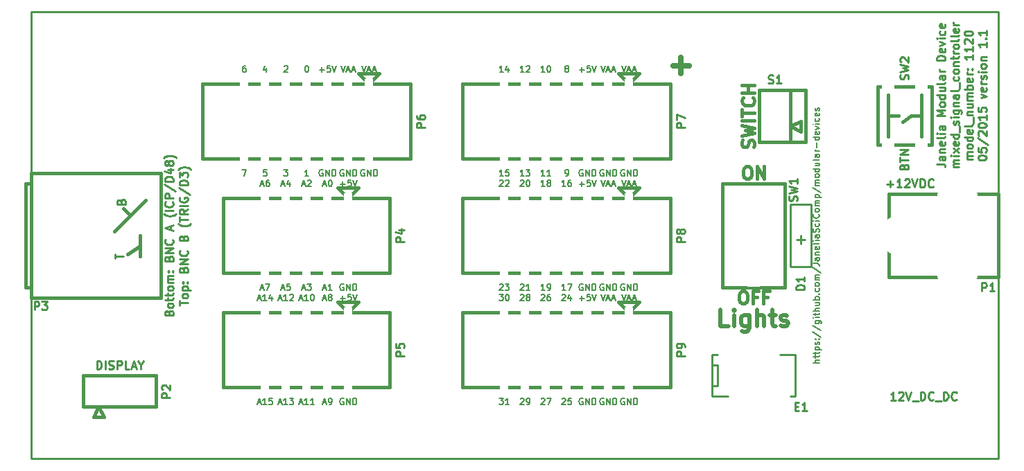
<source format=gto>
G04 #@! TF.FileFunction,Legend,Top*
%FSLAX46Y46*%
G04 Gerber Fmt 4.6, Leading zero omitted, Abs format (unit mm)*
G04 Created by KiCad (PCBNEW 0.201505061231+5645~23~ubuntu14.04.1-product) date Fri 08 May 2015 03:52:48 PM EDT*
%MOMM*%
G01*
G04 APERTURE LIST*
%ADD10C,0.100000*%
%ADD11C,0.190500*%
%ADD12C,0.381000*%
%ADD13C,0.635000*%
%ADD14C,0.228600*%
%ADD15C,0.254000*%
%ADD16C,0.508000*%
%ADD17R,1.590040X2.667000*%
%ADD18O,2.540000X1.854200*%
%ADD19R,2.540000X1.854200*%
%ADD20O,1.854200X2.540000*%
%ADD21R,1.854200X2.540000*%
%ADD22O,4.445000X3.175000*%
%ADD23O,1.524000X2.032000*%
%ADD24O,5.080000X3.048000*%
%ADD25O,2.032000X1.524000*%
%ADD26C,3.937000*%
%ADD27O,1.524000X2.540000*%
%ADD28O,2.540000X1.524000*%
%ADD29C,1.930400*%
%ADD30O,4.572000X3.556000*%
%ADD31O,4.064000X5.080000*%
%ADD32O,5.080000X3.556000*%
%ADD33R,1.498600X2.997200*%
%ADD34R,1.016000X4.495800*%
G04 APERTURE END LIST*
D10*
D11*
X158169429Y-122845286D02*
X158205715Y-122809000D01*
X158278286Y-122772714D01*
X158459715Y-122772714D01*
X158532286Y-122809000D01*
X158568572Y-122845286D01*
X158604857Y-122917857D01*
X158604857Y-122990429D01*
X158568572Y-123099286D01*
X158133143Y-123534714D01*
X158604857Y-123534714D01*
X159294286Y-122772714D02*
X158931429Y-122772714D01*
X158895143Y-123135571D01*
X158931429Y-123099286D01*
X159004000Y-123063000D01*
X159185429Y-123063000D01*
X159258000Y-123099286D01*
X159294286Y-123135571D01*
X159330571Y-123208143D01*
X159330571Y-123389571D01*
X159294286Y-123462143D01*
X159258000Y-123498429D01*
X159185429Y-123534714D01*
X159004000Y-123534714D01*
X158931429Y-123498429D01*
X158895143Y-123462143D01*
X155629429Y-122845286D02*
X155665715Y-122809000D01*
X155738286Y-122772714D01*
X155919715Y-122772714D01*
X155992286Y-122809000D01*
X156028572Y-122845286D01*
X156064857Y-122917857D01*
X156064857Y-122990429D01*
X156028572Y-123099286D01*
X155593143Y-123534714D01*
X156064857Y-123534714D01*
X156318857Y-122772714D02*
X156826857Y-122772714D01*
X156500286Y-123534714D01*
X153089429Y-122845286D02*
X153125715Y-122809000D01*
X153198286Y-122772714D01*
X153379715Y-122772714D01*
X153452286Y-122809000D01*
X153488572Y-122845286D01*
X153524857Y-122917857D01*
X153524857Y-122990429D01*
X153488572Y-123099286D01*
X153053143Y-123534714D01*
X153524857Y-123534714D01*
X153887714Y-123534714D02*
X154032857Y-123534714D01*
X154105429Y-123498429D01*
X154141714Y-123462143D01*
X154214286Y-123353286D01*
X154250571Y-123208143D01*
X154250571Y-122917857D01*
X154214286Y-122845286D01*
X154178000Y-122809000D01*
X154105429Y-122772714D01*
X153960286Y-122772714D01*
X153887714Y-122809000D01*
X153851429Y-122845286D01*
X153815143Y-122917857D01*
X153815143Y-123099286D01*
X153851429Y-123171857D01*
X153887714Y-123208143D01*
X153960286Y-123244429D01*
X154105429Y-123244429D01*
X154178000Y-123208143D01*
X154214286Y-123171857D01*
X154250571Y-123099286D01*
X150513143Y-122772714D02*
X150984857Y-122772714D01*
X150730857Y-123063000D01*
X150839715Y-123063000D01*
X150912286Y-123099286D01*
X150948572Y-123135571D01*
X150984857Y-123208143D01*
X150984857Y-123389571D01*
X150948572Y-123462143D01*
X150912286Y-123498429D01*
X150839715Y-123534714D01*
X150622000Y-123534714D01*
X150549429Y-123498429D01*
X150513143Y-123462143D01*
X151710571Y-123534714D02*
X151275143Y-123534714D01*
X151492857Y-123534714D02*
X151492857Y-122772714D01*
X151420286Y-122881571D01*
X151347714Y-122954143D01*
X151275143Y-122990429D01*
X158169429Y-110145286D02*
X158205715Y-110109000D01*
X158278286Y-110072714D01*
X158459715Y-110072714D01*
X158532286Y-110109000D01*
X158568572Y-110145286D01*
X158604857Y-110217857D01*
X158604857Y-110290429D01*
X158568572Y-110399286D01*
X158133143Y-110834714D01*
X158604857Y-110834714D01*
X159258000Y-110326714D02*
X159258000Y-110834714D01*
X159076571Y-110036429D02*
X158895143Y-110580714D01*
X159366857Y-110580714D01*
X155629429Y-110145286D02*
X155665715Y-110109000D01*
X155738286Y-110072714D01*
X155919715Y-110072714D01*
X155992286Y-110109000D01*
X156028572Y-110145286D01*
X156064857Y-110217857D01*
X156064857Y-110290429D01*
X156028572Y-110399286D01*
X155593143Y-110834714D01*
X156064857Y-110834714D01*
X156718000Y-110072714D02*
X156572857Y-110072714D01*
X156500286Y-110109000D01*
X156464000Y-110145286D01*
X156391429Y-110254143D01*
X156355143Y-110399286D01*
X156355143Y-110689571D01*
X156391429Y-110762143D01*
X156427714Y-110798429D01*
X156500286Y-110834714D01*
X156645429Y-110834714D01*
X156718000Y-110798429D01*
X156754286Y-110762143D01*
X156790571Y-110689571D01*
X156790571Y-110508143D01*
X156754286Y-110435571D01*
X156718000Y-110399286D01*
X156645429Y-110363000D01*
X156500286Y-110363000D01*
X156427714Y-110399286D01*
X156391429Y-110435571D01*
X156355143Y-110508143D01*
X153089429Y-110145286D02*
X153125715Y-110109000D01*
X153198286Y-110072714D01*
X153379715Y-110072714D01*
X153452286Y-110109000D01*
X153488572Y-110145286D01*
X153524857Y-110217857D01*
X153524857Y-110290429D01*
X153488572Y-110399286D01*
X153053143Y-110834714D01*
X153524857Y-110834714D01*
X153960286Y-110399286D02*
X153887714Y-110363000D01*
X153851429Y-110326714D01*
X153815143Y-110254143D01*
X153815143Y-110217857D01*
X153851429Y-110145286D01*
X153887714Y-110109000D01*
X153960286Y-110072714D01*
X154105429Y-110072714D01*
X154178000Y-110109000D01*
X154214286Y-110145286D01*
X154250571Y-110217857D01*
X154250571Y-110254143D01*
X154214286Y-110326714D01*
X154178000Y-110363000D01*
X154105429Y-110399286D01*
X153960286Y-110399286D01*
X153887714Y-110435571D01*
X153851429Y-110471857D01*
X153815143Y-110544429D01*
X153815143Y-110689571D01*
X153851429Y-110762143D01*
X153887714Y-110798429D01*
X153960286Y-110834714D01*
X154105429Y-110834714D01*
X154178000Y-110798429D01*
X154214286Y-110762143D01*
X154250571Y-110689571D01*
X154250571Y-110544429D01*
X154214286Y-110471857D01*
X154178000Y-110435571D01*
X154105429Y-110399286D01*
X150513143Y-110072714D02*
X150984857Y-110072714D01*
X150730857Y-110363000D01*
X150839715Y-110363000D01*
X150912286Y-110399286D01*
X150948572Y-110435571D01*
X150984857Y-110508143D01*
X150984857Y-110689571D01*
X150948572Y-110762143D01*
X150912286Y-110798429D01*
X150839715Y-110834714D01*
X150622000Y-110834714D01*
X150549429Y-110798429D01*
X150513143Y-110762143D01*
X151456571Y-110072714D02*
X151529143Y-110072714D01*
X151601714Y-110109000D01*
X151638000Y-110145286D01*
X151674286Y-110217857D01*
X151710571Y-110363000D01*
X151710571Y-110544429D01*
X151674286Y-110689571D01*
X151638000Y-110762143D01*
X151601714Y-110798429D01*
X151529143Y-110834714D01*
X151456571Y-110834714D01*
X151384000Y-110798429D01*
X151347714Y-110762143D01*
X151311429Y-110689571D01*
X151275143Y-110544429D01*
X151275143Y-110363000D01*
X151311429Y-110217857D01*
X151347714Y-110145286D01*
X151384000Y-110109000D01*
X151456571Y-110072714D01*
X158604857Y-109564714D02*
X158169429Y-109564714D01*
X158387143Y-109564714D02*
X158387143Y-108802714D01*
X158314572Y-108911571D01*
X158242000Y-108984143D01*
X158169429Y-109020429D01*
X158858857Y-108802714D02*
X159366857Y-108802714D01*
X159040286Y-109564714D01*
X156064857Y-109564714D02*
X155629429Y-109564714D01*
X155847143Y-109564714D02*
X155847143Y-108802714D01*
X155774572Y-108911571D01*
X155702000Y-108984143D01*
X155629429Y-109020429D01*
X156427714Y-109564714D02*
X156572857Y-109564714D01*
X156645429Y-109528429D01*
X156681714Y-109492143D01*
X156754286Y-109383286D01*
X156790571Y-109238143D01*
X156790571Y-108947857D01*
X156754286Y-108875286D01*
X156718000Y-108839000D01*
X156645429Y-108802714D01*
X156500286Y-108802714D01*
X156427714Y-108839000D01*
X156391429Y-108875286D01*
X156355143Y-108947857D01*
X156355143Y-109129286D01*
X156391429Y-109201857D01*
X156427714Y-109238143D01*
X156500286Y-109274429D01*
X156645429Y-109274429D01*
X156718000Y-109238143D01*
X156754286Y-109201857D01*
X156790571Y-109129286D01*
X153089429Y-108875286D02*
X153125715Y-108839000D01*
X153198286Y-108802714D01*
X153379715Y-108802714D01*
X153452286Y-108839000D01*
X153488572Y-108875286D01*
X153524857Y-108947857D01*
X153524857Y-109020429D01*
X153488572Y-109129286D01*
X153053143Y-109564714D01*
X153524857Y-109564714D01*
X154250571Y-109564714D02*
X153815143Y-109564714D01*
X154032857Y-109564714D02*
X154032857Y-108802714D01*
X153960286Y-108911571D01*
X153887714Y-108984143D01*
X153815143Y-109020429D01*
X150549429Y-108875286D02*
X150585715Y-108839000D01*
X150658286Y-108802714D01*
X150839715Y-108802714D01*
X150912286Y-108839000D01*
X150948572Y-108875286D01*
X150984857Y-108947857D01*
X150984857Y-109020429D01*
X150948572Y-109129286D01*
X150513143Y-109564714D01*
X150984857Y-109564714D01*
X151238857Y-108802714D02*
X151710571Y-108802714D01*
X151456571Y-109093000D01*
X151565429Y-109093000D01*
X151638000Y-109129286D01*
X151674286Y-109165571D01*
X151710571Y-109238143D01*
X151710571Y-109419571D01*
X151674286Y-109492143D01*
X151638000Y-109528429D01*
X151565429Y-109564714D01*
X151347714Y-109564714D01*
X151275143Y-109528429D01*
X151238857Y-109492143D01*
X158604857Y-96864714D02*
X158169429Y-96864714D01*
X158387143Y-96864714D02*
X158387143Y-96102714D01*
X158314572Y-96211571D01*
X158242000Y-96284143D01*
X158169429Y-96320429D01*
X159258000Y-96102714D02*
X159112857Y-96102714D01*
X159040286Y-96139000D01*
X159004000Y-96175286D01*
X158931429Y-96284143D01*
X158895143Y-96429286D01*
X158895143Y-96719571D01*
X158931429Y-96792143D01*
X158967714Y-96828429D01*
X159040286Y-96864714D01*
X159185429Y-96864714D01*
X159258000Y-96828429D01*
X159294286Y-96792143D01*
X159330571Y-96719571D01*
X159330571Y-96538143D01*
X159294286Y-96465571D01*
X159258000Y-96429286D01*
X159185429Y-96393000D01*
X159040286Y-96393000D01*
X158967714Y-96429286D01*
X158931429Y-96465571D01*
X158895143Y-96538143D01*
X156064857Y-96864714D02*
X155629429Y-96864714D01*
X155847143Y-96864714D02*
X155847143Y-96102714D01*
X155774572Y-96211571D01*
X155702000Y-96284143D01*
X155629429Y-96320429D01*
X156500286Y-96429286D02*
X156427714Y-96393000D01*
X156391429Y-96356714D01*
X156355143Y-96284143D01*
X156355143Y-96247857D01*
X156391429Y-96175286D01*
X156427714Y-96139000D01*
X156500286Y-96102714D01*
X156645429Y-96102714D01*
X156718000Y-96139000D01*
X156754286Y-96175286D01*
X156790571Y-96247857D01*
X156790571Y-96284143D01*
X156754286Y-96356714D01*
X156718000Y-96393000D01*
X156645429Y-96429286D01*
X156500286Y-96429286D01*
X156427714Y-96465571D01*
X156391429Y-96501857D01*
X156355143Y-96574429D01*
X156355143Y-96719571D01*
X156391429Y-96792143D01*
X156427714Y-96828429D01*
X156500286Y-96864714D01*
X156645429Y-96864714D01*
X156718000Y-96828429D01*
X156754286Y-96792143D01*
X156790571Y-96719571D01*
X156790571Y-96574429D01*
X156754286Y-96501857D01*
X156718000Y-96465571D01*
X156645429Y-96429286D01*
X153089429Y-96175286D02*
X153125715Y-96139000D01*
X153198286Y-96102714D01*
X153379715Y-96102714D01*
X153452286Y-96139000D01*
X153488572Y-96175286D01*
X153524857Y-96247857D01*
X153524857Y-96320429D01*
X153488572Y-96429286D01*
X153053143Y-96864714D01*
X153524857Y-96864714D01*
X153996571Y-96102714D02*
X154069143Y-96102714D01*
X154141714Y-96139000D01*
X154178000Y-96175286D01*
X154214286Y-96247857D01*
X154250571Y-96393000D01*
X154250571Y-96574429D01*
X154214286Y-96719571D01*
X154178000Y-96792143D01*
X154141714Y-96828429D01*
X154069143Y-96864714D01*
X153996571Y-96864714D01*
X153924000Y-96828429D01*
X153887714Y-96792143D01*
X153851429Y-96719571D01*
X153815143Y-96574429D01*
X153815143Y-96393000D01*
X153851429Y-96247857D01*
X153887714Y-96175286D01*
X153924000Y-96139000D01*
X153996571Y-96102714D01*
X150549429Y-96175286D02*
X150585715Y-96139000D01*
X150658286Y-96102714D01*
X150839715Y-96102714D01*
X150912286Y-96139000D01*
X150948572Y-96175286D01*
X150984857Y-96247857D01*
X150984857Y-96320429D01*
X150948572Y-96429286D01*
X150513143Y-96864714D01*
X150984857Y-96864714D01*
X151275143Y-96175286D02*
X151311429Y-96139000D01*
X151384000Y-96102714D01*
X151565429Y-96102714D01*
X151638000Y-96139000D01*
X151674286Y-96175286D01*
X151710571Y-96247857D01*
X151710571Y-96320429D01*
X151674286Y-96429286D01*
X151238857Y-96864714D01*
X151710571Y-96864714D01*
X158677429Y-82459286D02*
X158604857Y-82423000D01*
X158568572Y-82386714D01*
X158532286Y-82314143D01*
X158532286Y-82277857D01*
X158568572Y-82205286D01*
X158604857Y-82169000D01*
X158677429Y-82132714D01*
X158822572Y-82132714D01*
X158895143Y-82169000D01*
X158931429Y-82205286D01*
X158967714Y-82277857D01*
X158967714Y-82314143D01*
X158931429Y-82386714D01*
X158895143Y-82423000D01*
X158822572Y-82459286D01*
X158677429Y-82459286D01*
X158604857Y-82495571D01*
X158568572Y-82531857D01*
X158532286Y-82604429D01*
X158532286Y-82749571D01*
X158568572Y-82822143D01*
X158604857Y-82858429D01*
X158677429Y-82894714D01*
X158822572Y-82894714D01*
X158895143Y-82858429D01*
X158931429Y-82822143D01*
X158967714Y-82749571D01*
X158967714Y-82604429D01*
X158931429Y-82531857D01*
X158895143Y-82495571D01*
X158822572Y-82459286D01*
X156064857Y-82894714D02*
X155629429Y-82894714D01*
X155847143Y-82894714D02*
X155847143Y-82132714D01*
X155774572Y-82241571D01*
X155702000Y-82314143D01*
X155629429Y-82350429D01*
X156536571Y-82132714D02*
X156609143Y-82132714D01*
X156681714Y-82169000D01*
X156718000Y-82205286D01*
X156754286Y-82277857D01*
X156790571Y-82423000D01*
X156790571Y-82604429D01*
X156754286Y-82749571D01*
X156718000Y-82822143D01*
X156681714Y-82858429D01*
X156609143Y-82894714D01*
X156536571Y-82894714D01*
X156464000Y-82858429D01*
X156427714Y-82822143D01*
X156391429Y-82749571D01*
X156355143Y-82604429D01*
X156355143Y-82423000D01*
X156391429Y-82277857D01*
X156427714Y-82205286D01*
X156464000Y-82169000D01*
X156536571Y-82132714D01*
X153524857Y-82894714D02*
X153089429Y-82894714D01*
X153307143Y-82894714D02*
X153307143Y-82132714D01*
X153234572Y-82241571D01*
X153162000Y-82314143D01*
X153089429Y-82350429D01*
X153815143Y-82205286D02*
X153851429Y-82169000D01*
X153924000Y-82132714D01*
X154105429Y-82132714D01*
X154178000Y-82169000D01*
X154214286Y-82205286D01*
X154250571Y-82277857D01*
X154250571Y-82350429D01*
X154214286Y-82459286D01*
X153778857Y-82894714D01*
X154250571Y-82894714D01*
X150984857Y-82894714D02*
X150549429Y-82894714D01*
X150767143Y-82894714D02*
X150767143Y-82132714D01*
X150694572Y-82241571D01*
X150622000Y-82314143D01*
X150549429Y-82350429D01*
X151638000Y-82386714D02*
X151638000Y-82894714D01*
X151456571Y-82096429D02*
X151275143Y-82640714D01*
X151746857Y-82640714D01*
X158604857Y-95594714D02*
X158750000Y-95594714D01*
X158822572Y-95558429D01*
X158858857Y-95522143D01*
X158931429Y-95413286D01*
X158967714Y-95268143D01*
X158967714Y-94977857D01*
X158931429Y-94905286D01*
X158895143Y-94869000D01*
X158822572Y-94832714D01*
X158677429Y-94832714D01*
X158604857Y-94869000D01*
X158568572Y-94905286D01*
X158532286Y-94977857D01*
X158532286Y-95159286D01*
X158568572Y-95231857D01*
X158604857Y-95268143D01*
X158677429Y-95304429D01*
X158822572Y-95304429D01*
X158895143Y-95268143D01*
X158931429Y-95231857D01*
X158967714Y-95159286D01*
X156064857Y-95594714D02*
X155629429Y-95594714D01*
X155847143Y-95594714D02*
X155847143Y-94832714D01*
X155774572Y-94941571D01*
X155702000Y-95014143D01*
X155629429Y-95050429D01*
X156790571Y-95594714D02*
X156355143Y-95594714D01*
X156572857Y-95594714D02*
X156572857Y-94832714D01*
X156500286Y-94941571D01*
X156427714Y-95014143D01*
X156355143Y-95050429D01*
X153524857Y-95594714D02*
X153089429Y-95594714D01*
X153307143Y-95594714D02*
X153307143Y-94832714D01*
X153234572Y-94941571D01*
X153162000Y-95014143D01*
X153089429Y-95050429D01*
X153778857Y-94832714D02*
X154250571Y-94832714D01*
X153996571Y-95123000D01*
X154105429Y-95123000D01*
X154178000Y-95159286D01*
X154214286Y-95195571D01*
X154250571Y-95268143D01*
X154250571Y-95449571D01*
X154214286Y-95522143D01*
X154178000Y-95558429D01*
X154105429Y-95594714D01*
X153887714Y-95594714D01*
X153815143Y-95558429D01*
X153778857Y-95522143D01*
X150984857Y-95594714D02*
X150549429Y-95594714D01*
X150767143Y-95594714D02*
X150767143Y-94832714D01*
X150694572Y-94941571D01*
X150622000Y-95014143D01*
X150549429Y-95050429D01*
X151674286Y-94832714D02*
X151311429Y-94832714D01*
X151275143Y-95195571D01*
X151311429Y-95159286D01*
X151384000Y-95123000D01*
X151565429Y-95123000D01*
X151638000Y-95159286D01*
X151674286Y-95195571D01*
X151710571Y-95268143D01*
X151710571Y-95449571D01*
X151674286Y-95522143D01*
X151638000Y-95558429D01*
X151565429Y-95594714D01*
X151384000Y-95594714D01*
X151311429Y-95558429D01*
X151275143Y-95522143D01*
X165789428Y-122809000D02*
X165716857Y-122772714D01*
X165608000Y-122772714D01*
X165499143Y-122809000D01*
X165426571Y-122881571D01*
X165390286Y-122954143D01*
X165354000Y-123099286D01*
X165354000Y-123208143D01*
X165390286Y-123353286D01*
X165426571Y-123425857D01*
X165499143Y-123498429D01*
X165608000Y-123534714D01*
X165680571Y-123534714D01*
X165789428Y-123498429D01*
X165825714Y-123462143D01*
X165825714Y-123208143D01*
X165680571Y-123208143D01*
X166152286Y-123534714D02*
X166152286Y-122772714D01*
X166587714Y-123534714D01*
X166587714Y-122772714D01*
X166950572Y-123534714D02*
X166950572Y-122772714D01*
X167132000Y-122772714D01*
X167240857Y-122809000D01*
X167313429Y-122881571D01*
X167349714Y-122954143D01*
X167386000Y-123099286D01*
X167386000Y-123208143D01*
X167349714Y-123353286D01*
X167313429Y-123425857D01*
X167240857Y-123498429D01*
X167132000Y-123534714D01*
X166950572Y-123534714D01*
X163249428Y-122809000D02*
X163176857Y-122772714D01*
X163068000Y-122772714D01*
X162959143Y-122809000D01*
X162886571Y-122881571D01*
X162850286Y-122954143D01*
X162814000Y-123099286D01*
X162814000Y-123208143D01*
X162850286Y-123353286D01*
X162886571Y-123425857D01*
X162959143Y-123498429D01*
X163068000Y-123534714D01*
X163140571Y-123534714D01*
X163249428Y-123498429D01*
X163285714Y-123462143D01*
X163285714Y-123208143D01*
X163140571Y-123208143D01*
X163612286Y-123534714D02*
X163612286Y-122772714D01*
X164047714Y-123534714D01*
X164047714Y-122772714D01*
X164410572Y-123534714D02*
X164410572Y-122772714D01*
X164592000Y-122772714D01*
X164700857Y-122809000D01*
X164773429Y-122881571D01*
X164809714Y-122954143D01*
X164846000Y-123099286D01*
X164846000Y-123208143D01*
X164809714Y-123353286D01*
X164773429Y-123425857D01*
X164700857Y-123498429D01*
X164592000Y-123534714D01*
X164410572Y-123534714D01*
X160709428Y-122809000D02*
X160636857Y-122772714D01*
X160528000Y-122772714D01*
X160419143Y-122809000D01*
X160346571Y-122881571D01*
X160310286Y-122954143D01*
X160274000Y-123099286D01*
X160274000Y-123208143D01*
X160310286Y-123353286D01*
X160346571Y-123425857D01*
X160419143Y-123498429D01*
X160528000Y-123534714D01*
X160600571Y-123534714D01*
X160709428Y-123498429D01*
X160745714Y-123462143D01*
X160745714Y-123208143D01*
X160600571Y-123208143D01*
X161072286Y-123534714D02*
X161072286Y-122772714D01*
X161507714Y-123534714D01*
X161507714Y-122772714D01*
X161870572Y-123534714D02*
X161870572Y-122772714D01*
X162052000Y-122772714D01*
X162160857Y-122809000D01*
X162233429Y-122881571D01*
X162269714Y-122954143D01*
X162306000Y-123099286D01*
X162306000Y-123208143D01*
X162269714Y-123353286D01*
X162233429Y-123425857D01*
X162160857Y-123498429D01*
X162052000Y-123534714D01*
X161870572Y-123534714D01*
X165789428Y-108839000D02*
X165716857Y-108802714D01*
X165608000Y-108802714D01*
X165499143Y-108839000D01*
X165426571Y-108911571D01*
X165390286Y-108984143D01*
X165354000Y-109129286D01*
X165354000Y-109238143D01*
X165390286Y-109383286D01*
X165426571Y-109455857D01*
X165499143Y-109528429D01*
X165608000Y-109564714D01*
X165680571Y-109564714D01*
X165789428Y-109528429D01*
X165825714Y-109492143D01*
X165825714Y-109238143D01*
X165680571Y-109238143D01*
X166152286Y-109564714D02*
X166152286Y-108802714D01*
X166587714Y-109564714D01*
X166587714Y-108802714D01*
X166950572Y-109564714D02*
X166950572Y-108802714D01*
X167132000Y-108802714D01*
X167240857Y-108839000D01*
X167313429Y-108911571D01*
X167349714Y-108984143D01*
X167386000Y-109129286D01*
X167386000Y-109238143D01*
X167349714Y-109383286D01*
X167313429Y-109455857D01*
X167240857Y-109528429D01*
X167132000Y-109564714D01*
X166950572Y-109564714D01*
X163249428Y-108839000D02*
X163176857Y-108802714D01*
X163068000Y-108802714D01*
X162959143Y-108839000D01*
X162886571Y-108911571D01*
X162850286Y-108984143D01*
X162814000Y-109129286D01*
X162814000Y-109238143D01*
X162850286Y-109383286D01*
X162886571Y-109455857D01*
X162959143Y-109528429D01*
X163068000Y-109564714D01*
X163140571Y-109564714D01*
X163249428Y-109528429D01*
X163285714Y-109492143D01*
X163285714Y-109238143D01*
X163140571Y-109238143D01*
X163612286Y-109564714D02*
X163612286Y-108802714D01*
X164047714Y-109564714D01*
X164047714Y-108802714D01*
X164410572Y-109564714D02*
X164410572Y-108802714D01*
X164592000Y-108802714D01*
X164700857Y-108839000D01*
X164773429Y-108911571D01*
X164809714Y-108984143D01*
X164846000Y-109129286D01*
X164846000Y-109238143D01*
X164809714Y-109383286D01*
X164773429Y-109455857D01*
X164700857Y-109528429D01*
X164592000Y-109564714D01*
X164410572Y-109564714D01*
X160709428Y-108839000D02*
X160636857Y-108802714D01*
X160528000Y-108802714D01*
X160419143Y-108839000D01*
X160346571Y-108911571D01*
X160310286Y-108984143D01*
X160274000Y-109129286D01*
X160274000Y-109238143D01*
X160310286Y-109383286D01*
X160346571Y-109455857D01*
X160419143Y-109528429D01*
X160528000Y-109564714D01*
X160600571Y-109564714D01*
X160709428Y-109528429D01*
X160745714Y-109492143D01*
X160745714Y-109238143D01*
X160600571Y-109238143D01*
X161072286Y-109564714D02*
X161072286Y-108802714D01*
X161507714Y-109564714D01*
X161507714Y-108802714D01*
X161870572Y-109564714D02*
X161870572Y-108802714D01*
X162052000Y-108802714D01*
X162160857Y-108839000D01*
X162233429Y-108911571D01*
X162269714Y-108984143D01*
X162306000Y-109129286D01*
X162306000Y-109238143D01*
X162269714Y-109383286D01*
X162233429Y-109455857D01*
X162160857Y-109528429D01*
X162052000Y-109564714D01*
X161870572Y-109564714D01*
X165789428Y-94869000D02*
X165716857Y-94832714D01*
X165608000Y-94832714D01*
X165499143Y-94869000D01*
X165426571Y-94941571D01*
X165390286Y-95014143D01*
X165354000Y-95159286D01*
X165354000Y-95268143D01*
X165390286Y-95413286D01*
X165426571Y-95485857D01*
X165499143Y-95558429D01*
X165608000Y-95594714D01*
X165680571Y-95594714D01*
X165789428Y-95558429D01*
X165825714Y-95522143D01*
X165825714Y-95268143D01*
X165680571Y-95268143D01*
X166152286Y-95594714D02*
X166152286Y-94832714D01*
X166587714Y-95594714D01*
X166587714Y-94832714D01*
X166950572Y-95594714D02*
X166950572Y-94832714D01*
X167132000Y-94832714D01*
X167240857Y-94869000D01*
X167313429Y-94941571D01*
X167349714Y-95014143D01*
X167386000Y-95159286D01*
X167386000Y-95268143D01*
X167349714Y-95413286D01*
X167313429Y-95485857D01*
X167240857Y-95558429D01*
X167132000Y-95594714D01*
X166950572Y-95594714D01*
X163249428Y-94869000D02*
X163176857Y-94832714D01*
X163068000Y-94832714D01*
X162959143Y-94869000D01*
X162886571Y-94941571D01*
X162850286Y-95014143D01*
X162814000Y-95159286D01*
X162814000Y-95268143D01*
X162850286Y-95413286D01*
X162886571Y-95485857D01*
X162959143Y-95558429D01*
X163068000Y-95594714D01*
X163140571Y-95594714D01*
X163249428Y-95558429D01*
X163285714Y-95522143D01*
X163285714Y-95268143D01*
X163140571Y-95268143D01*
X163612286Y-95594714D02*
X163612286Y-94832714D01*
X164047714Y-95594714D01*
X164047714Y-94832714D01*
X164410572Y-95594714D02*
X164410572Y-94832714D01*
X164592000Y-94832714D01*
X164700857Y-94869000D01*
X164773429Y-94941571D01*
X164809714Y-95014143D01*
X164846000Y-95159286D01*
X164846000Y-95268143D01*
X164809714Y-95413286D01*
X164773429Y-95485857D01*
X164700857Y-95558429D01*
X164592000Y-95594714D01*
X164410572Y-95594714D01*
X160709428Y-94869000D02*
X160636857Y-94832714D01*
X160528000Y-94832714D01*
X160419143Y-94869000D01*
X160346571Y-94941571D01*
X160310286Y-95014143D01*
X160274000Y-95159286D01*
X160274000Y-95268143D01*
X160310286Y-95413286D01*
X160346571Y-95485857D01*
X160419143Y-95558429D01*
X160528000Y-95594714D01*
X160600571Y-95594714D01*
X160709428Y-95558429D01*
X160745714Y-95522143D01*
X160745714Y-95268143D01*
X160600571Y-95268143D01*
X161072286Y-95594714D02*
X161072286Y-94832714D01*
X161507714Y-95594714D01*
X161507714Y-94832714D01*
X161870572Y-95594714D02*
X161870572Y-94832714D01*
X162052000Y-94832714D01*
X162160857Y-94869000D01*
X162233429Y-94941571D01*
X162269714Y-95014143D01*
X162306000Y-95159286D01*
X162306000Y-95268143D01*
X162269714Y-95413286D01*
X162233429Y-95485857D01*
X162160857Y-95558429D01*
X162052000Y-95594714D01*
X161870572Y-95594714D01*
X160310286Y-110544429D02*
X160890857Y-110544429D01*
X160600571Y-110834714D02*
X160600571Y-110254143D01*
X161616572Y-110072714D02*
X161253715Y-110072714D01*
X161217429Y-110435571D01*
X161253715Y-110399286D01*
X161326286Y-110363000D01*
X161507715Y-110363000D01*
X161580286Y-110399286D01*
X161616572Y-110435571D01*
X161652857Y-110508143D01*
X161652857Y-110689571D01*
X161616572Y-110762143D01*
X161580286Y-110798429D01*
X161507715Y-110834714D01*
X161326286Y-110834714D01*
X161253715Y-110798429D01*
X161217429Y-110762143D01*
X161870571Y-110072714D02*
X162124571Y-110834714D01*
X162378571Y-110072714D01*
X160310286Y-96574429D02*
X160890857Y-96574429D01*
X160600571Y-96864714D02*
X160600571Y-96284143D01*
X161616572Y-96102714D02*
X161253715Y-96102714D01*
X161217429Y-96465571D01*
X161253715Y-96429286D01*
X161326286Y-96393000D01*
X161507715Y-96393000D01*
X161580286Y-96429286D01*
X161616572Y-96465571D01*
X161652857Y-96538143D01*
X161652857Y-96719571D01*
X161616572Y-96792143D01*
X161580286Y-96828429D01*
X161507715Y-96864714D01*
X161326286Y-96864714D01*
X161253715Y-96828429D01*
X161217429Y-96792143D01*
X161870571Y-96102714D02*
X162124571Y-96864714D01*
X162378571Y-96102714D01*
X160310286Y-82604429D02*
X160890857Y-82604429D01*
X160600571Y-82894714D02*
X160600571Y-82314143D01*
X161616572Y-82132714D02*
X161253715Y-82132714D01*
X161217429Y-82495571D01*
X161253715Y-82459286D01*
X161326286Y-82423000D01*
X161507715Y-82423000D01*
X161580286Y-82459286D01*
X161616572Y-82495571D01*
X161652857Y-82568143D01*
X161652857Y-82749571D01*
X161616572Y-82822143D01*
X161580286Y-82858429D01*
X161507715Y-82894714D01*
X161326286Y-82894714D01*
X161253715Y-82858429D01*
X161217429Y-82822143D01*
X161870571Y-82132714D02*
X162124571Y-82894714D01*
X162378571Y-82132714D01*
X165462857Y-110072714D02*
X165716857Y-110834714D01*
X165970857Y-110072714D01*
X166188572Y-110617000D02*
X166551429Y-110617000D01*
X166116000Y-110834714D02*
X166370000Y-110072714D01*
X166624000Y-110834714D01*
X166841715Y-110617000D02*
X167204572Y-110617000D01*
X166769143Y-110834714D02*
X167023143Y-110072714D01*
X167277143Y-110834714D01*
X162922857Y-110072714D02*
X163176857Y-110834714D01*
X163430857Y-110072714D01*
X163648572Y-110617000D02*
X164011429Y-110617000D01*
X163576000Y-110834714D02*
X163830000Y-110072714D01*
X164084000Y-110834714D01*
X164301715Y-110617000D02*
X164664572Y-110617000D01*
X164229143Y-110834714D02*
X164483143Y-110072714D01*
X164737143Y-110834714D01*
X165462857Y-96102714D02*
X165716857Y-96864714D01*
X165970857Y-96102714D01*
X166188572Y-96647000D02*
X166551429Y-96647000D01*
X166116000Y-96864714D02*
X166370000Y-96102714D01*
X166624000Y-96864714D01*
X166841715Y-96647000D02*
X167204572Y-96647000D01*
X166769143Y-96864714D02*
X167023143Y-96102714D01*
X167277143Y-96864714D01*
X162922857Y-96102714D02*
X163176857Y-96864714D01*
X163430857Y-96102714D01*
X163648572Y-96647000D02*
X164011429Y-96647000D01*
X163576000Y-96864714D02*
X163830000Y-96102714D01*
X164084000Y-96864714D01*
X164301715Y-96647000D02*
X164664572Y-96647000D01*
X164229143Y-96864714D02*
X164483143Y-96102714D01*
X164737143Y-96864714D01*
X165462857Y-82132714D02*
X165716857Y-82894714D01*
X165970857Y-82132714D01*
X166188572Y-82677000D02*
X166551429Y-82677000D01*
X166116000Y-82894714D02*
X166370000Y-82132714D01*
X166624000Y-82894714D01*
X166841715Y-82677000D02*
X167204572Y-82677000D01*
X166769143Y-82894714D02*
X167023143Y-82132714D01*
X167277143Y-82894714D01*
X162922857Y-82132714D02*
X163176857Y-82894714D01*
X163430857Y-82132714D01*
X163648572Y-82677000D02*
X164011429Y-82677000D01*
X163576000Y-82894714D02*
X163830000Y-82132714D01*
X164084000Y-82894714D01*
X164301715Y-82677000D02*
X164664572Y-82677000D01*
X164229143Y-82894714D02*
X164483143Y-82132714D01*
X164737143Y-82894714D01*
X133712857Y-82132714D02*
X133966857Y-82894714D01*
X134220857Y-82132714D01*
X134438572Y-82677000D02*
X134801429Y-82677000D01*
X134366000Y-82894714D02*
X134620000Y-82132714D01*
X134874000Y-82894714D01*
X135091715Y-82677000D02*
X135454572Y-82677000D01*
X135019143Y-82894714D02*
X135273143Y-82132714D01*
X135527143Y-82894714D01*
X131172857Y-82132714D02*
X131426857Y-82894714D01*
X131680857Y-82132714D01*
X131898572Y-82677000D02*
X132261429Y-82677000D01*
X131826000Y-82894714D02*
X132080000Y-82132714D01*
X132334000Y-82894714D01*
X132551715Y-82677000D02*
X132914572Y-82677000D01*
X132479143Y-82894714D02*
X132733143Y-82132714D01*
X132987143Y-82894714D01*
X128560286Y-82604429D02*
X129140857Y-82604429D01*
X128850571Y-82894714D02*
X128850571Y-82314143D01*
X129866572Y-82132714D02*
X129503715Y-82132714D01*
X129467429Y-82495571D01*
X129503715Y-82459286D01*
X129576286Y-82423000D01*
X129757715Y-82423000D01*
X129830286Y-82459286D01*
X129866572Y-82495571D01*
X129902857Y-82568143D01*
X129902857Y-82749571D01*
X129866572Y-82822143D01*
X129830286Y-82858429D01*
X129757715Y-82894714D01*
X129576286Y-82894714D01*
X129503715Y-82858429D01*
X129467429Y-82822143D01*
X130120571Y-82132714D02*
X130374571Y-82894714D01*
X130628571Y-82132714D01*
X126963714Y-82132714D02*
X127036286Y-82132714D01*
X127108857Y-82169000D01*
X127145143Y-82205286D01*
X127181429Y-82277857D01*
X127217714Y-82423000D01*
X127217714Y-82604429D01*
X127181429Y-82749571D01*
X127145143Y-82822143D01*
X127108857Y-82858429D01*
X127036286Y-82894714D01*
X126963714Y-82894714D01*
X126891143Y-82858429D01*
X126854857Y-82822143D01*
X126818572Y-82749571D01*
X126782286Y-82604429D01*
X126782286Y-82423000D01*
X126818572Y-82277857D01*
X126854857Y-82205286D01*
X126891143Y-82169000D01*
X126963714Y-82132714D01*
X124242286Y-82205286D02*
X124278572Y-82169000D01*
X124351143Y-82132714D01*
X124532572Y-82132714D01*
X124605143Y-82169000D01*
X124641429Y-82205286D01*
X124677714Y-82277857D01*
X124677714Y-82350429D01*
X124641429Y-82459286D01*
X124206000Y-82894714D01*
X124677714Y-82894714D01*
X122065143Y-82386714D02*
X122065143Y-82894714D01*
X121883714Y-82096429D02*
X121702286Y-82640714D01*
X122174000Y-82640714D01*
X119525143Y-82132714D02*
X119380000Y-82132714D01*
X119307429Y-82169000D01*
X119271143Y-82205286D01*
X119198572Y-82314143D01*
X119162286Y-82459286D01*
X119162286Y-82749571D01*
X119198572Y-82822143D01*
X119234857Y-82858429D01*
X119307429Y-82894714D01*
X119452572Y-82894714D01*
X119525143Y-82858429D01*
X119561429Y-82822143D01*
X119597714Y-82749571D01*
X119597714Y-82568143D01*
X119561429Y-82495571D01*
X119525143Y-82459286D01*
X119452572Y-82423000D01*
X119307429Y-82423000D01*
X119234857Y-82459286D01*
X119198572Y-82495571D01*
X119162286Y-82568143D01*
X119126000Y-94832714D02*
X119634000Y-94832714D01*
X119307429Y-95594714D01*
X122101429Y-94832714D02*
X121738572Y-94832714D01*
X121702286Y-95195571D01*
X121738572Y-95159286D01*
X121811143Y-95123000D01*
X121992572Y-95123000D01*
X122065143Y-95159286D01*
X122101429Y-95195571D01*
X122137714Y-95268143D01*
X122137714Y-95449571D01*
X122101429Y-95522143D01*
X122065143Y-95558429D01*
X121992572Y-95594714D01*
X121811143Y-95594714D01*
X121738572Y-95558429D01*
X121702286Y-95522143D01*
X124206000Y-94832714D02*
X124677714Y-94832714D01*
X124423714Y-95123000D01*
X124532572Y-95123000D01*
X124605143Y-95159286D01*
X124641429Y-95195571D01*
X124677714Y-95268143D01*
X124677714Y-95449571D01*
X124641429Y-95522143D01*
X124605143Y-95558429D01*
X124532572Y-95594714D01*
X124314857Y-95594714D01*
X124242286Y-95558429D01*
X124206000Y-95522143D01*
X127217714Y-95594714D02*
X126782286Y-95594714D01*
X127000000Y-95594714D02*
X127000000Y-94832714D01*
X126927429Y-94941571D01*
X126854857Y-95014143D01*
X126782286Y-95050429D01*
X128959428Y-94869000D02*
X128886857Y-94832714D01*
X128778000Y-94832714D01*
X128669143Y-94869000D01*
X128596571Y-94941571D01*
X128560286Y-95014143D01*
X128524000Y-95159286D01*
X128524000Y-95268143D01*
X128560286Y-95413286D01*
X128596571Y-95485857D01*
X128669143Y-95558429D01*
X128778000Y-95594714D01*
X128850571Y-95594714D01*
X128959428Y-95558429D01*
X128995714Y-95522143D01*
X128995714Y-95268143D01*
X128850571Y-95268143D01*
X129322286Y-95594714D02*
X129322286Y-94832714D01*
X129757714Y-95594714D01*
X129757714Y-94832714D01*
X130120572Y-95594714D02*
X130120572Y-94832714D01*
X130302000Y-94832714D01*
X130410857Y-94869000D01*
X130483429Y-94941571D01*
X130519714Y-95014143D01*
X130556000Y-95159286D01*
X130556000Y-95268143D01*
X130519714Y-95413286D01*
X130483429Y-95485857D01*
X130410857Y-95558429D01*
X130302000Y-95594714D01*
X130120572Y-95594714D01*
X131499428Y-94869000D02*
X131426857Y-94832714D01*
X131318000Y-94832714D01*
X131209143Y-94869000D01*
X131136571Y-94941571D01*
X131100286Y-95014143D01*
X131064000Y-95159286D01*
X131064000Y-95268143D01*
X131100286Y-95413286D01*
X131136571Y-95485857D01*
X131209143Y-95558429D01*
X131318000Y-95594714D01*
X131390571Y-95594714D01*
X131499428Y-95558429D01*
X131535714Y-95522143D01*
X131535714Y-95268143D01*
X131390571Y-95268143D01*
X131862286Y-95594714D02*
X131862286Y-94832714D01*
X132297714Y-95594714D01*
X132297714Y-94832714D01*
X132660572Y-95594714D02*
X132660572Y-94832714D01*
X132842000Y-94832714D01*
X132950857Y-94869000D01*
X133023429Y-94941571D01*
X133059714Y-95014143D01*
X133096000Y-95159286D01*
X133096000Y-95268143D01*
X133059714Y-95413286D01*
X133023429Y-95485857D01*
X132950857Y-95558429D01*
X132842000Y-95594714D01*
X132660572Y-95594714D01*
X134039428Y-94869000D02*
X133966857Y-94832714D01*
X133858000Y-94832714D01*
X133749143Y-94869000D01*
X133676571Y-94941571D01*
X133640286Y-95014143D01*
X133604000Y-95159286D01*
X133604000Y-95268143D01*
X133640286Y-95413286D01*
X133676571Y-95485857D01*
X133749143Y-95558429D01*
X133858000Y-95594714D01*
X133930571Y-95594714D01*
X134039428Y-95558429D01*
X134075714Y-95522143D01*
X134075714Y-95268143D01*
X133930571Y-95268143D01*
X134402286Y-95594714D02*
X134402286Y-94832714D01*
X134837714Y-95594714D01*
X134837714Y-94832714D01*
X135200572Y-95594714D02*
X135200572Y-94832714D01*
X135382000Y-94832714D01*
X135490857Y-94869000D01*
X135563429Y-94941571D01*
X135599714Y-95014143D01*
X135636000Y-95159286D01*
X135636000Y-95268143D01*
X135599714Y-95413286D01*
X135563429Y-95485857D01*
X135490857Y-95558429D01*
X135382000Y-95594714D01*
X135200572Y-95594714D01*
X131499428Y-108839000D02*
X131426857Y-108802714D01*
X131318000Y-108802714D01*
X131209143Y-108839000D01*
X131136571Y-108911571D01*
X131100286Y-108984143D01*
X131064000Y-109129286D01*
X131064000Y-109238143D01*
X131100286Y-109383286D01*
X131136571Y-109455857D01*
X131209143Y-109528429D01*
X131318000Y-109564714D01*
X131390571Y-109564714D01*
X131499428Y-109528429D01*
X131535714Y-109492143D01*
X131535714Y-109238143D01*
X131390571Y-109238143D01*
X131862286Y-109564714D02*
X131862286Y-108802714D01*
X132297714Y-109564714D01*
X132297714Y-108802714D01*
X132660572Y-109564714D02*
X132660572Y-108802714D01*
X132842000Y-108802714D01*
X132950857Y-108839000D01*
X133023429Y-108911571D01*
X133059714Y-108984143D01*
X133096000Y-109129286D01*
X133096000Y-109238143D01*
X133059714Y-109383286D01*
X133023429Y-109455857D01*
X132950857Y-109528429D01*
X132842000Y-109564714D01*
X132660572Y-109564714D01*
X131100286Y-96574429D02*
X131680857Y-96574429D01*
X131390571Y-96864714D02*
X131390571Y-96284143D01*
X132406572Y-96102714D02*
X132043715Y-96102714D01*
X132007429Y-96465571D01*
X132043715Y-96429286D01*
X132116286Y-96393000D01*
X132297715Y-96393000D01*
X132370286Y-96429286D01*
X132406572Y-96465571D01*
X132442857Y-96538143D01*
X132442857Y-96719571D01*
X132406572Y-96792143D01*
X132370286Y-96828429D01*
X132297715Y-96864714D01*
X132116286Y-96864714D01*
X132043715Y-96828429D01*
X132007429Y-96792143D01*
X132660571Y-96102714D02*
X132914571Y-96864714D01*
X133168571Y-96102714D01*
X128995715Y-96647000D02*
X129358572Y-96647000D01*
X128923143Y-96864714D02*
X129177143Y-96102714D01*
X129431143Y-96864714D01*
X129830286Y-96102714D02*
X129902858Y-96102714D01*
X129975429Y-96139000D01*
X130011715Y-96175286D01*
X130048001Y-96247857D01*
X130084286Y-96393000D01*
X130084286Y-96574429D01*
X130048001Y-96719571D01*
X130011715Y-96792143D01*
X129975429Y-96828429D01*
X129902858Y-96864714D01*
X129830286Y-96864714D01*
X129757715Y-96828429D01*
X129721429Y-96792143D01*
X129685144Y-96719571D01*
X129648858Y-96574429D01*
X129648858Y-96393000D01*
X129685144Y-96247857D01*
X129721429Y-96175286D01*
X129757715Y-96139000D01*
X129830286Y-96102714D01*
X126455715Y-96647000D02*
X126818572Y-96647000D01*
X126383143Y-96864714D02*
X126637143Y-96102714D01*
X126891143Y-96864714D01*
X127108858Y-96175286D02*
X127145144Y-96139000D01*
X127217715Y-96102714D01*
X127399144Y-96102714D01*
X127471715Y-96139000D01*
X127508001Y-96175286D01*
X127544286Y-96247857D01*
X127544286Y-96320429D01*
X127508001Y-96429286D01*
X127072572Y-96864714D01*
X127544286Y-96864714D01*
X123915715Y-96647000D02*
X124278572Y-96647000D01*
X123843143Y-96864714D02*
X124097143Y-96102714D01*
X124351143Y-96864714D01*
X124931715Y-96356714D02*
X124931715Y-96864714D01*
X124750286Y-96066429D02*
X124568858Y-96610714D01*
X125040572Y-96610714D01*
X121375715Y-96647000D02*
X121738572Y-96647000D01*
X121303143Y-96864714D02*
X121557143Y-96102714D01*
X121811143Y-96864714D01*
X122391715Y-96102714D02*
X122246572Y-96102714D01*
X122174001Y-96139000D01*
X122137715Y-96175286D01*
X122065144Y-96284143D01*
X122028858Y-96429286D01*
X122028858Y-96719571D01*
X122065144Y-96792143D01*
X122101429Y-96828429D01*
X122174001Y-96864714D01*
X122319144Y-96864714D01*
X122391715Y-96828429D01*
X122428001Y-96792143D01*
X122464286Y-96719571D01*
X122464286Y-96538143D01*
X122428001Y-96465571D01*
X122391715Y-96429286D01*
X122319144Y-96393000D01*
X122174001Y-96393000D01*
X122101429Y-96429286D01*
X122065144Y-96465571D01*
X122028858Y-96538143D01*
X121375715Y-109347000D02*
X121738572Y-109347000D01*
X121303143Y-109564714D02*
X121557143Y-108802714D01*
X121811143Y-109564714D01*
X121992572Y-108802714D02*
X122500572Y-108802714D01*
X122174001Y-109564714D01*
X123915715Y-109347000D02*
X124278572Y-109347000D01*
X123843143Y-109564714D02*
X124097143Y-108802714D01*
X124351143Y-109564714D01*
X124968001Y-108802714D02*
X124605144Y-108802714D01*
X124568858Y-109165571D01*
X124605144Y-109129286D01*
X124677715Y-109093000D01*
X124859144Y-109093000D01*
X124931715Y-109129286D01*
X124968001Y-109165571D01*
X125004286Y-109238143D01*
X125004286Y-109419571D01*
X124968001Y-109492143D01*
X124931715Y-109528429D01*
X124859144Y-109564714D01*
X124677715Y-109564714D01*
X124605144Y-109528429D01*
X124568858Y-109492143D01*
X126455715Y-109347000D02*
X126818572Y-109347000D01*
X126383143Y-109564714D02*
X126637143Y-108802714D01*
X126891143Y-109564714D01*
X127072572Y-108802714D02*
X127544286Y-108802714D01*
X127290286Y-109093000D01*
X127399144Y-109093000D01*
X127471715Y-109129286D01*
X127508001Y-109165571D01*
X127544286Y-109238143D01*
X127544286Y-109419571D01*
X127508001Y-109492143D01*
X127471715Y-109528429D01*
X127399144Y-109564714D01*
X127181429Y-109564714D01*
X127108858Y-109528429D01*
X127072572Y-109492143D01*
X121012858Y-110617000D02*
X121375715Y-110617000D01*
X120940286Y-110834714D02*
X121194286Y-110072714D01*
X121448286Y-110834714D01*
X122101429Y-110834714D02*
X121666001Y-110834714D01*
X121883715Y-110834714D02*
X121883715Y-110072714D01*
X121811144Y-110181571D01*
X121738572Y-110254143D01*
X121666001Y-110290429D01*
X122754572Y-110326714D02*
X122754572Y-110834714D01*
X122573143Y-110036429D02*
X122391715Y-110580714D01*
X122863429Y-110580714D01*
X123552858Y-110617000D02*
X123915715Y-110617000D01*
X123480286Y-110834714D02*
X123734286Y-110072714D01*
X123988286Y-110834714D01*
X124641429Y-110834714D02*
X124206001Y-110834714D01*
X124423715Y-110834714D02*
X124423715Y-110072714D01*
X124351144Y-110181571D01*
X124278572Y-110254143D01*
X124206001Y-110290429D01*
X124931715Y-110145286D02*
X124968001Y-110109000D01*
X125040572Y-110072714D01*
X125222001Y-110072714D01*
X125294572Y-110109000D01*
X125330858Y-110145286D01*
X125367143Y-110217857D01*
X125367143Y-110290429D01*
X125330858Y-110399286D01*
X124895429Y-110834714D01*
X125367143Y-110834714D01*
X126092858Y-110617000D02*
X126455715Y-110617000D01*
X126020286Y-110834714D02*
X126274286Y-110072714D01*
X126528286Y-110834714D01*
X127181429Y-110834714D02*
X126746001Y-110834714D01*
X126963715Y-110834714D02*
X126963715Y-110072714D01*
X126891144Y-110181571D01*
X126818572Y-110254143D01*
X126746001Y-110290429D01*
X127653143Y-110072714D02*
X127725715Y-110072714D01*
X127798286Y-110109000D01*
X127834572Y-110145286D01*
X127870858Y-110217857D01*
X127907143Y-110363000D01*
X127907143Y-110544429D01*
X127870858Y-110689571D01*
X127834572Y-110762143D01*
X127798286Y-110798429D01*
X127725715Y-110834714D01*
X127653143Y-110834714D01*
X127580572Y-110798429D01*
X127544286Y-110762143D01*
X127508001Y-110689571D01*
X127471715Y-110544429D01*
X127471715Y-110363000D01*
X127508001Y-110217857D01*
X127544286Y-110145286D01*
X127580572Y-110109000D01*
X127653143Y-110072714D01*
X126092858Y-123317000D02*
X126455715Y-123317000D01*
X126020286Y-123534714D02*
X126274286Y-122772714D01*
X126528286Y-123534714D01*
X127181429Y-123534714D02*
X126746001Y-123534714D01*
X126963715Y-123534714D02*
X126963715Y-122772714D01*
X126891144Y-122881571D01*
X126818572Y-122954143D01*
X126746001Y-122990429D01*
X127907143Y-123534714D02*
X127471715Y-123534714D01*
X127689429Y-123534714D02*
X127689429Y-122772714D01*
X127616858Y-122881571D01*
X127544286Y-122954143D01*
X127471715Y-122990429D01*
X123552858Y-123317000D02*
X123915715Y-123317000D01*
X123480286Y-123534714D02*
X123734286Y-122772714D01*
X123988286Y-123534714D01*
X124641429Y-123534714D02*
X124206001Y-123534714D01*
X124423715Y-123534714D02*
X124423715Y-122772714D01*
X124351144Y-122881571D01*
X124278572Y-122954143D01*
X124206001Y-122990429D01*
X124895429Y-122772714D02*
X125367143Y-122772714D01*
X125113143Y-123063000D01*
X125222001Y-123063000D01*
X125294572Y-123099286D01*
X125330858Y-123135571D01*
X125367143Y-123208143D01*
X125367143Y-123389571D01*
X125330858Y-123462143D01*
X125294572Y-123498429D01*
X125222001Y-123534714D01*
X125004286Y-123534714D01*
X124931715Y-123498429D01*
X124895429Y-123462143D01*
X121012858Y-123317000D02*
X121375715Y-123317000D01*
X120940286Y-123534714D02*
X121194286Y-122772714D01*
X121448286Y-123534714D01*
X122101429Y-123534714D02*
X121666001Y-123534714D01*
X121883715Y-123534714D02*
X121883715Y-122772714D01*
X121811144Y-122881571D01*
X121738572Y-122954143D01*
X121666001Y-122990429D01*
X122790858Y-122772714D02*
X122428001Y-122772714D01*
X122391715Y-123135571D01*
X122428001Y-123099286D01*
X122500572Y-123063000D01*
X122682001Y-123063000D01*
X122754572Y-123099286D01*
X122790858Y-123135571D01*
X122827143Y-123208143D01*
X122827143Y-123389571D01*
X122790858Y-123462143D01*
X122754572Y-123498429D01*
X122682001Y-123534714D01*
X122500572Y-123534714D01*
X122428001Y-123498429D01*
X122391715Y-123462143D01*
X128995715Y-123317000D02*
X129358572Y-123317000D01*
X128923143Y-123534714D02*
X129177143Y-122772714D01*
X129431143Y-123534714D01*
X129721429Y-123534714D02*
X129866572Y-123534714D01*
X129939144Y-123498429D01*
X129975429Y-123462143D01*
X130048001Y-123353286D01*
X130084286Y-123208143D01*
X130084286Y-122917857D01*
X130048001Y-122845286D01*
X130011715Y-122809000D01*
X129939144Y-122772714D01*
X129794001Y-122772714D01*
X129721429Y-122809000D01*
X129685144Y-122845286D01*
X129648858Y-122917857D01*
X129648858Y-123099286D01*
X129685144Y-123171857D01*
X129721429Y-123208143D01*
X129794001Y-123244429D01*
X129939144Y-123244429D01*
X130011715Y-123208143D01*
X130048001Y-123171857D01*
X130084286Y-123099286D01*
X128995715Y-109347000D02*
X129358572Y-109347000D01*
X128923143Y-109564714D02*
X129177143Y-108802714D01*
X129431143Y-109564714D01*
X130084286Y-109564714D02*
X129648858Y-109564714D01*
X129866572Y-109564714D02*
X129866572Y-108802714D01*
X129794001Y-108911571D01*
X129721429Y-108984143D01*
X129648858Y-109020429D01*
D12*
X181591857Y-92074999D02*
X181664429Y-91857285D01*
X181664429Y-91494428D01*
X181591857Y-91349285D01*
X181519286Y-91276714D01*
X181374143Y-91204142D01*
X181229000Y-91204142D01*
X181083857Y-91276714D01*
X181011286Y-91349285D01*
X180938714Y-91494428D01*
X180866143Y-91784714D01*
X180793571Y-91929856D01*
X180721000Y-92002428D01*
X180575857Y-92074999D01*
X180430714Y-92074999D01*
X180285571Y-92002428D01*
X180213000Y-91929856D01*
X180140429Y-91784714D01*
X180140429Y-91421856D01*
X180213000Y-91204142D01*
X180140429Y-90696142D02*
X181664429Y-90333285D01*
X180575857Y-90042999D01*
X181664429Y-89752713D01*
X180140429Y-89389856D01*
X181664429Y-88809285D02*
X180140429Y-88809285D01*
X180140429Y-88301285D02*
X180140429Y-87430428D01*
X181664429Y-87865857D02*
X180140429Y-87865857D01*
X181519286Y-86051571D02*
X181591857Y-86124142D01*
X181664429Y-86341856D01*
X181664429Y-86486999D01*
X181591857Y-86704714D01*
X181446714Y-86849856D01*
X181301571Y-86922428D01*
X181011286Y-86994999D01*
X180793571Y-86994999D01*
X180503286Y-86922428D01*
X180358143Y-86849856D01*
X180213000Y-86704714D01*
X180140429Y-86486999D01*
X180140429Y-86341856D01*
X180213000Y-86124142D01*
X180285571Y-86051571D01*
X181664429Y-85398428D02*
X180140429Y-85398428D01*
X180866143Y-85398428D02*
X180866143Y-84527571D01*
X181664429Y-84527571D02*
X180140429Y-84527571D01*
D13*
X171752381Y-82096429D02*
X173687619Y-82096429D01*
X172720000Y-83064048D02*
X172720000Y-81128810D01*
D11*
X128995715Y-110617000D02*
X129358572Y-110617000D01*
X128923143Y-110834714D02*
X129177143Y-110072714D01*
X129431143Y-110834714D01*
X129794001Y-110399286D02*
X129721429Y-110363000D01*
X129685144Y-110326714D01*
X129648858Y-110254143D01*
X129648858Y-110217857D01*
X129685144Y-110145286D01*
X129721429Y-110109000D01*
X129794001Y-110072714D01*
X129939144Y-110072714D01*
X130011715Y-110109000D01*
X130048001Y-110145286D01*
X130084286Y-110217857D01*
X130084286Y-110254143D01*
X130048001Y-110326714D01*
X130011715Y-110363000D01*
X129939144Y-110399286D01*
X129794001Y-110399286D01*
X129721429Y-110435571D01*
X129685144Y-110471857D01*
X129648858Y-110544429D01*
X129648858Y-110689571D01*
X129685144Y-110762143D01*
X129721429Y-110798429D01*
X129794001Y-110834714D01*
X129939144Y-110834714D01*
X130011715Y-110798429D01*
X130048001Y-110762143D01*
X130084286Y-110689571D01*
X130084286Y-110544429D01*
X130048001Y-110471857D01*
X130011715Y-110435571D01*
X129939144Y-110399286D01*
X131499428Y-122809000D02*
X131426857Y-122772714D01*
X131318000Y-122772714D01*
X131209143Y-122809000D01*
X131136571Y-122881571D01*
X131100286Y-122954143D01*
X131064000Y-123099286D01*
X131064000Y-123208143D01*
X131100286Y-123353286D01*
X131136571Y-123425857D01*
X131209143Y-123498429D01*
X131318000Y-123534714D01*
X131390571Y-123534714D01*
X131499428Y-123498429D01*
X131535714Y-123462143D01*
X131535714Y-123208143D01*
X131390571Y-123208143D01*
X131862286Y-123534714D02*
X131862286Y-122772714D01*
X132297714Y-123534714D01*
X132297714Y-122772714D01*
X132660572Y-123534714D02*
X132660572Y-122772714D01*
X132842000Y-122772714D01*
X132950857Y-122809000D01*
X133023429Y-122881571D01*
X133059714Y-122954143D01*
X133096000Y-123099286D01*
X133096000Y-123208143D01*
X133059714Y-123353286D01*
X133023429Y-123425857D01*
X132950857Y-123498429D01*
X132842000Y-123534714D01*
X132660572Y-123534714D01*
X131100286Y-110544429D02*
X131680857Y-110544429D01*
X131390571Y-110834714D02*
X131390571Y-110254143D01*
X132406572Y-110072714D02*
X132043715Y-110072714D01*
X132007429Y-110435571D01*
X132043715Y-110399286D01*
X132116286Y-110363000D01*
X132297715Y-110363000D01*
X132370286Y-110399286D01*
X132406572Y-110435571D01*
X132442857Y-110508143D01*
X132442857Y-110689571D01*
X132406572Y-110762143D01*
X132370286Y-110798429D01*
X132297715Y-110834714D01*
X132116286Y-110834714D01*
X132043715Y-110798429D01*
X132007429Y-110762143D01*
X132660571Y-110072714D02*
X132914571Y-110834714D01*
X133168571Y-110072714D01*
D14*
X211455000Y-75565000D02*
X93345000Y-75565000D01*
X211455000Y-130175000D02*
X211455000Y-75565000D01*
X93345000Y-130175000D02*
X211455000Y-130175000D01*
X93345000Y-75565000D02*
X93345000Y-130175000D01*
D15*
X198894095Y-123014619D02*
X198313524Y-123014619D01*
X198603810Y-123014619D02*
X198603810Y-121998619D01*
X198507048Y-122143762D01*
X198410286Y-122240524D01*
X198313524Y-122288905D01*
X199281143Y-122095381D02*
X199329524Y-122047000D01*
X199426286Y-121998619D01*
X199668190Y-121998619D01*
X199764952Y-122047000D01*
X199813333Y-122095381D01*
X199861714Y-122192143D01*
X199861714Y-122288905D01*
X199813333Y-122434048D01*
X199232762Y-123014619D01*
X199861714Y-123014619D01*
X200152000Y-121998619D02*
X200490667Y-123014619D01*
X200829333Y-121998619D01*
X200926095Y-123111381D02*
X201700190Y-123111381D01*
X201942095Y-123014619D02*
X201942095Y-121998619D01*
X202184000Y-121998619D01*
X202329142Y-122047000D01*
X202425904Y-122143762D01*
X202474285Y-122240524D01*
X202522666Y-122434048D01*
X202522666Y-122579190D01*
X202474285Y-122772714D01*
X202425904Y-122869476D01*
X202329142Y-122966238D01*
X202184000Y-123014619D01*
X201942095Y-123014619D01*
X203538666Y-122917857D02*
X203490285Y-122966238D01*
X203345142Y-123014619D01*
X203248380Y-123014619D01*
X203103238Y-122966238D01*
X203006476Y-122869476D01*
X202958095Y-122772714D01*
X202909714Y-122579190D01*
X202909714Y-122434048D01*
X202958095Y-122240524D01*
X203006476Y-122143762D01*
X203103238Y-122047000D01*
X203248380Y-121998619D01*
X203345142Y-121998619D01*
X203490285Y-122047000D01*
X203538666Y-122095381D01*
X203732190Y-123111381D02*
X204506285Y-123111381D01*
X204748190Y-123014619D02*
X204748190Y-121998619D01*
X204990095Y-121998619D01*
X205135237Y-122047000D01*
X205231999Y-122143762D01*
X205280380Y-122240524D01*
X205328761Y-122434048D01*
X205328761Y-122579190D01*
X205280380Y-122772714D01*
X205231999Y-122869476D01*
X205135237Y-122966238D01*
X204990095Y-123014619D01*
X204748190Y-123014619D01*
X206344761Y-122917857D02*
X206296380Y-122966238D01*
X206151237Y-123014619D01*
X206054475Y-123014619D01*
X205909333Y-122966238D01*
X205812571Y-122869476D01*
X205764190Y-122772714D01*
X205715809Y-122579190D01*
X205715809Y-122434048D01*
X205764190Y-122240524D01*
X205812571Y-122143762D01*
X205909333Y-122047000D01*
X206054475Y-121998619D01*
X206151237Y-121998619D01*
X206296380Y-122047000D01*
X206344761Y-122095381D01*
X197853905Y-96592571D02*
X198628000Y-96592571D01*
X198240952Y-96979619D02*
X198240952Y-96205524D01*
X199644000Y-96979619D02*
X199063429Y-96979619D01*
X199353715Y-96979619D02*
X199353715Y-95963619D01*
X199256953Y-96108762D01*
X199160191Y-96205524D01*
X199063429Y-96253905D01*
X200031048Y-96060381D02*
X200079429Y-96012000D01*
X200176191Y-95963619D01*
X200418095Y-95963619D01*
X200514857Y-96012000D01*
X200563238Y-96060381D01*
X200611619Y-96157143D01*
X200611619Y-96253905D01*
X200563238Y-96399048D01*
X199982667Y-96979619D01*
X200611619Y-96979619D01*
X200901905Y-95963619D02*
X201240572Y-96979619D01*
X201579238Y-95963619D01*
X201917905Y-96979619D02*
X201917905Y-95963619D01*
X202159810Y-95963619D01*
X202304952Y-96012000D01*
X202401714Y-96108762D01*
X202450095Y-96205524D01*
X202498476Y-96399048D01*
X202498476Y-96544190D01*
X202450095Y-96737714D01*
X202401714Y-96834476D01*
X202304952Y-96931238D01*
X202159810Y-96979619D01*
X201917905Y-96979619D01*
X203514476Y-96882857D02*
X203466095Y-96931238D01*
X203320952Y-96979619D01*
X203224190Y-96979619D01*
X203079048Y-96931238D01*
X202982286Y-96834476D01*
X202933905Y-96737714D01*
X202885524Y-96544190D01*
X202885524Y-96399048D01*
X202933905Y-96205524D01*
X202982286Y-96108762D01*
X203079048Y-96012000D01*
X203224190Y-95963619D01*
X203320952Y-95963619D01*
X203466095Y-96012000D01*
X203514476Y-96060381D01*
X101358096Y-119204619D02*
X101358096Y-118188619D01*
X101600001Y-118188619D01*
X101745143Y-118237000D01*
X101841905Y-118333762D01*
X101890286Y-118430524D01*
X101938667Y-118624048D01*
X101938667Y-118769190D01*
X101890286Y-118962714D01*
X101841905Y-119059476D01*
X101745143Y-119156238D01*
X101600001Y-119204619D01*
X101358096Y-119204619D01*
X102374096Y-119204619D02*
X102374096Y-118188619D01*
X102809525Y-119156238D02*
X102954668Y-119204619D01*
X103196572Y-119204619D01*
X103293334Y-119156238D01*
X103341715Y-119107857D01*
X103390096Y-119011095D01*
X103390096Y-118914333D01*
X103341715Y-118817571D01*
X103293334Y-118769190D01*
X103196572Y-118720810D01*
X103003049Y-118672429D01*
X102906287Y-118624048D01*
X102857906Y-118575667D01*
X102809525Y-118478905D01*
X102809525Y-118382143D01*
X102857906Y-118285381D01*
X102906287Y-118237000D01*
X103003049Y-118188619D01*
X103244953Y-118188619D01*
X103390096Y-118237000D01*
X103825525Y-119204619D02*
X103825525Y-118188619D01*
X104212572Y-118188619D01*
X104309334Y-118237000D01*
X104357715Y-118285381D01*
X104406096Y-118382143D01*
X104406096Y-118527286D01*
X104357715Y-118624048D01*
X104309334Y-118672429D01*
X104212572Y-118720810D01*
X103825525Y-118720810D01*
X105325334Y-119204619D02*
X104841525Y-119204619D01*
X104841525Y-118188619D01*
X105615620Y-118914333D02*
X106099429Y-118914333D01*
X105518858Y-119204619D02*
X105857525Y-118188619D01*
X106196191Y-119204619D01*
X106728382Y-118720810D02*
X106728382Y-119204619D01*
X106389715Y-118188619D02*
X106728382Y-118720810D01*
X107067048Y-118188619D01*
D11*
X189574714Y-118418432D02*
X188812714Y-118418432D01*
X189574714Y-118091861D02*
X189175571Y-118091861D01*
X189103000Y-118128147D01*
X189066714Y-118200718D01*
X189066714Y-118309575D01*
X189103000Y-118382147D01*
X189139286Y-118418432D01*
X189066714Y-117837861D02*
X189066714Y-117547575D01*
X188812714Y-117729003D02*
X189465857Y-117729003D01*
X189538429Y-117692718D01*
X189574714Y-117620146D01*
X189574714Y-117547575D01*
X189066714Y-117402432D02*
X189066714Y-117112146D01*
X188812714Y-117293574D02*
X189465857Y-117293574D01*
X189538429Y-117257289D01*
X189574714Y-117184717D01*
X189574714Y-117112146D01*
X189066714Y-116858145D02*
X189828714Y-116858145D01*
X189103000Y-116858145D02*
X189066714Y-116785574D01*
X189066714Y-116640431D01*
X189103000Y-116567860D01*
X189139286Y-116531574D01*
X189211857Y-116495288D01*
X189429571Y-116495288D01*
X189502143Y-116531574D01*
X189538429Y-116567860D01*
X189574714Y-116640431D01*
X189574714Y-116785574D01*
X189538429Y-116858145D01*
X189538429Y-116205002D02*
X189574714Y-116132431D01*
X189574714Y-115987288D01*
X189538429Y-115914716D01*
X189465857Y-115878431D01*
X189429571Y-115878431D01*
X189357000Y-115914716D01*
X189320714Y-115987288D01*
X189320714Y-116096145D01*
X189284429Y-116168716D01*
X189211857Y-116205002D01*
X189175571Y-116205002D01*
X189103000Y-116168716D01*
X189066714Y-116096145D01*
X189066714Y-115987288D01*
X189103000Y-115914716D01*
X189502143Y-115551859D02*
X189538429Y-115515574D01*
X189574714Y-115551859D01*
X189538429Y-115588145D01*
X189502143Y-115551859D01*
X189574714Y-115551859D01*
X189103000Y-115551859D02*
X189139286Y-115515574D01*
X189175571Y-115551859D01*
X189139286Y-115588145D01*
X189103000Y-115551859D01*
X189175571Y-115551859D01*
X188776429Y-114644717D02*
X189756143Y-115297860D01*
X188776429Y-113846431D02*
X189756143Y-114499574D01*
X189066714Y-113265859D02*
X189683571Y-113265859D01*
X189756143Y-113302145D01*
X189792429Y-113338430D01*
X189828714Y-113411002D01*
X189828714Y-113519859D01*
X189792429Y-113592430D01*
X189538429Y-113265859D02*
X189574714Y-113338430D01*
X189574714Y-113483573D01*
X189538429Y-113556145D01*
X189502143Y-113592430D01*
X189429571Y-113628716D01*
X189211857Y-113628716D01*
X189139286Y-113592430D01*
X189103000Y-113556145D01*
X189066714Y-113483573D01*
X189066714Y-113338430D01*
X189103000Y-113265859D01*
X189574714Y-112903001D02*
X189066714Y-112903001D01*
X188812714Y-112903001D02*
X188849000Y-112939287D01*
X188885286Y-112903001D01*
X188849000Y-112866716D01*
X188812714Y-112903001D01*
X188885286Y-112903001D01*
X189066714Y-112649002D02*
X189066714Y-112358716D01*
X188812714Y-112540144D02*
X189465857Y-112540144D01*
X189538429Y-112503859D01*
X189574714Y-112431287D01*
X189574714Y-112358716D01*
X189574714Y-112104715D02*
X188812714Y-112104715D01*
X189574714Y-111778144D02*
X189175571Y-111778144D01*
X189103000Y-111814430D01*
X189066714Y-111887001D01*
X189066714Y-111995858D01*
X189103000Y-112068430D01*
X189139286Y-112104715D01*
X189066714Y-111088715D02*
X189574714Y-111088715D01*
X189066714Y-111415286D02*
X189465857Y-111415286D01*
X189538429Y-111379001D01*
X189574714Y-111306429D01*
X189574714Y-111197572D01*
X189538429Y-111125001D01*
X189502143Y-111088715D01*
X189574714Y-110725857D02*
X188812714Y-110725857D01*
X189103000Y-110725857D02*
X189066714Y-110653286D01*
X189066714Y-110508143D01*
X189103000Y-110435572D01*
X189139286Y-110399286D01*
X189211857Y-110363000D01*
X189429571Y-110363000D01*
X189502143Y-110399286D01*
X189538429Y-110435572D01*
X189574714Y-110508143D01*
X189574714Y-110653286D01*
X189538429Y-110725857D01*
X189502143Y-110036428D02*
X189538429Y-110000143D01*
X189574714Y-110036428D01*
X189538429Y-110072714D01*
X189502143Y-110036428D01*
X189574714Y-110036428D01*
X189538429Y-109347000D02*
X189574714Y-109419571D01*
X189574714Y-109564714D01*
X189538429Y-109637286D01*
X189502143Y-109673571D01*
X189429571Y-109709857D01*
X189211857Y-109709857D01*
X189139286Y-109673571D01*
X189103000Y-109637286D01*
X189066714Y-109564714D01*
X189066714Y-109419571D01*
X189103000Y-109347000D01*
X189574714Y-108911571D02*
X189538429Y-108984143D01*
X189502143Y-109020428D01*
X189429571Y-109056714D01*
X189211857Y-109056714D01*
X189139286Y-109020428D01*
X189103000Y-108984143D01*
X189066714Y-108911571D01*
X189066714Y-108802714D01*
X189103000Y-108730143D01*
X189139286Y-108693857D01*
X189211857Y-108657571D01*
X189429571Y-108657571D01*
X189502143Y-108693857D01*
X189538429Y-108730143D01*
X189574714Y-108802714D01*
X189574714Y-108911571D01*
X189574714Y-108330999D02*
X189066714Y-108330999D01*
X189139286Y-108330999D02*
X189103000Y-108294714D01*
X189066714Y-108222142D01*
X189066714Y-108113285D01*
X189103000Y-108040714D01*
X189175571Y-108004428D01*
X189574714Y-108004428D01*
X189175571Y-108004428D02*
X189103000Y-107968142D01*
X189066714Y-107895571D01*
X189066714Y-107786714D01*
X189103000Y-107714142D01*
X189175571Y-107677857D01*
X189574714Y-107677857D01*
X188776429Y-106770714D02*
X189756143Y-107423857D01*
X188812714Y-106298999D02*
X189357000Y-106298999D01*
X189465857Y-106335285D01*
X189538429Y-106407856D01*
X189574714Y-106516713D01*
X189574714Y-106589285D01*
X189574714Y-105609571D02*
X189175571Y-105609571D01*
X189103000Y-105645857D01*
X189066714Y-105718428D01*
X189066714Y-105863571D01*
X189103000Y-105936142D01*
X189538429Y-105609571D02*
X189574714Y-105682142D01*
X189574714Y-105863571D01*
X189538429Y-105936142D01*
X189465857Y-105972428D01*
X189393286Y-105972428D01*
X189320714Y-105936142D01*
X189284429Y-105863571D01*
X189284429Y-105682142D01*
X189248143Y-105609571D01*
X189066714Y-105246713D02*
X189574714Y-105246713D01*
X189139286Y-105246713D02*
X189103000Y-105210428D01*
X189066714Y-105137856D01*
X189066714Y-105028999D01*
X189103000Y-104956428D01*
X189175571Y-104920142D01*
X189574714Y-104920142D01*
X189538429Y-104266999D02*
X189574714Y-104339570D01*
X189574714Y-104484713D01*
X189538429Y-104557284D01*
X189465857Y-104593570D01*
X189175571Y-104593570D01*
X189103000Y-104557284D01*
X189066714Y-104484713D01*
X189066714Y-104339570D01*
X189103000Y-104266999D01*
X189175571Y-104230713D01*
X189248143Y-104230713D01*
X189320714Y-104593570D01*
X189574714Y-103795284D02*
X189538429Y-103867856D01*
X189465857Y-103904141D01*
X188812714Y-103904141D01*
X189574714Y-103504998D02*
X189066714Y-103504998D01*
X188812714Y-103504998D02*
X188849000Y-103541284D01*
X188885286Y-103504998D01*
X188849000Y-103468713D01*
X188812714Y-103504998D01*
X188885286Y-103504998D01*
X189574714Y-102815570D02*
X189175571Y-102815570D01*
X189103000Y-102851856D01*
X189066714Y-102924427D01*
X189066714Y-103069570D01*
X189103000Y-103142141D01*
X189538429Y-102815570D02*
X189574714Y-102888141D01*
X189574714Y-103069570D01*
X189538429Y-103142141D01*
X189465857Y-103178427D01*
X189393286Y-103178427D01*
X189320714Y-103142141D01*
X189284429Y-103069570D01*
X189284429Y-102888141D01*
X189248143Y-102815570D01*
X189538429Y-102488998D02*
X189574714Y-102380141D01*
X189574714Y-102198712D01*
X189538429Y-102126141D01*
X189502143Y-102089855D01*
X189429571Y-102053570D01*
X189357000Y-102053570D01*
X189284429Y-102089855D01*
X189248143Y-102126141D01*
X189211857Y-102198712D01*
X189175571Y-102343855D01*
X189139286Y-102416427D01*
X189103000Y-102452712D01*
X189030429Y-102488998D01*
X188957857Y-102488998D01*
X188885286Y-102452712D01*
X188849000Y-102416427D01*
X188812714Y-102343855D01*
X188812714Y-102162427D01*
X188849000Y-102053570D01*
X189538429Y-101400427D02*
X189574714Y-101472998D01*
X189574714Y-101618141D01*
X189538429Y-101690713D01*
X189502143Y-101726998D01*
X189429571Y-101763284D01*
X189211857Y-101763284D01*
X189139286Y-101726998D01*
X189103000Y-101690713D01*
X189066714Y-101618141D01*
X189066714Y-101472998D01*
X189103000Y-101400427D01*
X189574714Y-101073855D02*
X189066714Y-101073855D01*
X188812714Y-101073855D02*
X188849000Y-101110141D01*
X188885286Y-101073855D01*
X188849000Y-101037570D01*
X188812714Y-101073855D01*
X188885286Y-101073855D01*
X189502143Y-100275570D02*
X189538429Y-100311856D01*
X189574714Y-100420713D01*
X189574714Y-100493284D01*
X189538429Y-100602141D01*
X189465857Y-100674713D01*
X189393286Y-100710998D01*
X189248143Y-100747284D01*
X189139286Y-100747284D01*
X188994143Y-100710998D01*
X188921571Y-100674713D01*
X188849000Y-100602141D01*
X188812714Y-100493284D01*
X188812714Y-100420713D01*
X188849000Y-100311856D01*
X188885286Y-100275570D01*
X189574714Y-99840141D02*
X189538429Y-99912713D01*
X189502143Y-99948998D01*
X189429571Y-99985284D01*
X189211857Y-99985284D01*
X189139286Y-99948998D01*
X189103000Y-99912713D01*
X189066714Y-99840141D01*
X189066714Y-99731284D01*
X189103000Y-99658713D01*
X189139286Y-99622427D01*
X189211857Y-99586141D01*
X189429571Y-99586141D01*
X189502143Y-99622427D01*
X189538429Y-99658713D01*
X189574714Y-99731284D01*
X189574714Y-99840141D01*
X189574714Y-99259569D02*
X189066714Y-99259569D01*
X189139286Y-99259569D02*
X189103000Y-99223284D01*
X189066714Y-99150712D01*
X189066714Y-99041855D01*
X189103000Y-98969284D01*
X189175571Y-98932998D01*
X189574714Y-98932998D01*
X189175571Y-98932998D02*
X189103000Y-98896712D01*
X189066714Y-98824141D01*
X189066714Y-98715284D01*
X189103000Y-98642712D01*
X189175571Y-98606427D01*
X189574714Y-98606427D01*
X189066714Y-98243569D02*
X189828714Y-98243569D01*
X189103000Y-98243569D02*
X189066714Y-98170998D01*
X189066714Y-98025855D01*
X189103000Y-97953284D01*
X189139286Y-97916998D01*
X189211857Y-97880712D01*
X189429571Y-97880712D01*
X189502143Y-97916998D01*
X189538429Y-97953284D01*
X189574714Y-98025855D01*
X189574714Y-98170998D01*
X189538429Y-98243569D01*
X188776429Y-97009855D02*
X189756143Y-97662998D01*
X189574714Y-96755854D02*
X189066714Y-96755854D01*
X189139286Y-96755854D02*
X189103000Y-96719569D01*
X189066714Y-96646997D01*
X189066714Y-96538140D01*
X189103000Y-96465569D01*
X189175571Y-96429283D01*
X189574714Y-96429283D01*
X189175571Y-96429283D02*
X189103000Y-96392997D01*
X189066714Y-96320426D01*
X189066714Y-96211569D01*
X189103000Y-96138997D01*
X189175571Y-96102712D01*
X189574714Y-96102712D01*
X189574714Y-95630997D02*
X189538429Y-95703569D01*
X189502143Y-95739854D01*
X189429571Y-95776140D01*
X189211857Y-95776140D01*
X189139286Y-95739854D01*
X189103000Y-95703569D01*
X189066714Y-95630997D01*
X189066714Y-95522140D01*
X189103000Y-95449569D01*
X189139286Y-95413283D01*
X189211857Y-95376997D01*
X189429571Y-95376997D01*
X189502143Y-95413283D01*
X189538429Y-95449569D01*
X189574714Y-95522140D01*
X189574714Y-95630997D01*
X189574714Y-94723854D02*
X188812714Y-94723854D01*
X189538429Y-94723854D02*
X189574714Y-94796425D01*
X189574714Y-94941568D01*
X189538429Y-95014140D01*
X189502143Y-95050425D01*
X189429571Y-95086711D01*
X189211857Y-95086711D01*
X189139286Y-95050425D01*
X189103000Y-95014140D01*
X189066714Y-94941568D01*
X189066714Y-94796425D01*
X189103000Y-94723854D01*
X189066714Y-94034425D02*
X189574714Y-94034425D01*
X189066714Y-94360996D02*
X189465857Y-94360996D01*
X189538429Y-94324711D01*
X189574714Y-94252139D01*
X189574714Y-94143282D01*
X189538429Y-94070711D01*
X189502143Y-94034425D01*
X189574714Y-93562710D02*
X189538429Y-93635282D01*
X189465857Y-93671567D01*
X188812714Y-93671567D01*
X189574714Y-92945853D02*
X189175571Y-92945853D01*
X189103000Y-92982139D01*
X189066714Y-93054710D01*
X189066714Y-93199853D01*
X189103000Y-93272424D01*
X189538429Y-92945853D02*
X189574714Y-93018424D01*
X189574714Y-93199853D01*
X189538429Y-93272424D01*
X189465857Y-93308710D01*
X189393286Y-93308710D01*
X189320714Y-93272424D01*
X189284429Y-93199853D01*
X189284429Y-93018424D01*
X189248143Y-92945853D01*
X189574714Y-92582995D02*
X189066714Y-92582995D01*
X189211857Y-92582995D02*
X189139286Y-92546710D01*
X189103000Y-92510424D01*
X189066714Y-92437853D01*
X189066714Y-92365281D01*
X189284429Y-92111281D02*
X189284429Y-91530710D01*
X189574714Y-90841281D02*
X188812714Y-90841281D01*
X189538429Y-90841281D02*
X189574714Y-90913852D01*
X189574714Y-91058995D01*
X189538429Y-91131567D01*
X189502143Y-91167852D01*
X189429571Y-91204138D01*
X189211857Y-91204138D01*
X189139286Y-91167852D01*
X189103000Y-91131567D01*
X189066714Y-91058995D01*
X189066714Y-90913852D01*
X189103000Y-90841281D01*
X189538429Y-90188138D02*
X189574714Y-90260709D01*
X189574714Y-90405852D01*
X189538429Y-90478423D01*
X189465857Y-90514709D01*
X189175571Y-90514709D01*
X189103000Y-90478423D01*
X189066714Y-90405852D01*
X189066714Y-90260709D01*
X189103000Y-90188138D01*
X189175571Y-90151852D01*
X189248143Y-90151852D01*
X189320714Y-90514709D01*
X189066714Y-89897852D02*
X189574714Y-89716423D01*
X189066714Y-89534995D01*
X189574714Y-89244709D02*
X189066714Y-89244709D01*
X188812714Y-89244709D02*
X188849000Y-89280995D01*
X188885286Y-89244709D01*
X188849000Y-89208424D01*
X188812714Y-89244709D01*
X188885286Y-89244709D01*
X189538429Y-88555281D02*
X189574714Y-88627852D01*
X189574714Y-88772995D01*
X189538429Y-88845567D01*
X189502143Y-88881852D01*
X189429571Y-88918138D01*
X189211857Y-88918138D01*
X189139286Y-88881852D01*
X189103000Y-88845567D01*
X189066714Y-88772995D01*
X189066714Y-88627852D01*
X189103000Y-88555281D01*
X189538429Y-87938424D02*
X189574714Y-88010995D01*
X189574714Y-88156138D01*
X189538429Y-88228709D01*
X189465857Y-88264995D01*
X189175571Y-88264995D01*
X189103000Y-88228709D01*
X189066714Y-88156138D01*
X189066714Y-88010995D01*
X189103000Y-87938424D01*
X189175571Y-87902138D01*
X189248143Y-87902138D01*
X189320714Y-88264995D01*
X189538429Y-87611852D02*
X189574714Y-87539281D01*
X189574714Y-87394138D01*
X189538429Y-87321566D01*
X189465857Y-87285281D01*
X189429571Y-87285281D01*
X189357000Y-87321566D01*
X189320714Y-87394138D01*
X189320714Y-87502995D01*
X189284429Y-87575566D01*
X189211857Y-87611852D01*
X189175571Y-87611852D01*
X189103000Y-87575566D01*
X189066714Y-87502995D01*
X189066714Y-87394138D01*
X189103000Y-87321566D01*
D15*
X203939019Y-94119094D02*
X204664733Y-94119094D01*
X204809876Y-94167474D01*
X204906638Y-94264236D01*
X204955019Y-94409379D01*
X204955019Y-94506141D01*
X204955019Y-93199856D02*
X204422829Y-93199856D01*
X204326067Y-93248237D01*
X204277686Y-93344999D01*
X204277686Y-93538522D01*
X204326067Y-93635284D01*
X204906638Y-93199856D02*
X204955019Y-93296618D01*
X204955019Y-93538522D01*
X204906638Y-93635284D01*
X204809876Y-93683665D01*
X204713114Y-93683665D01*
X204616352Y-93635284D01*
X204567971Y-93538522D01*
X204567971Y-93296618D01*
X204519590Y-93199856D01*
X204277686Y-92716046D02*
X204955019Y-92716046D01*
X204374448Y-92716046D02*
X204326067Y-92667665D01*
X204277686Y-92570903D01*
X204277686Y-92425761D01*
X204326067Y-92328999D01*
X204422829Y-92280618D01*
X204955019Y-92280618D01*
X204906638Y-91409761D02*
X204955019Y-91506523D01*
X204955019Y-91700046D01*
X204906638Y-91796808D01*
X204809876Y-91845189D01*
X204422829Y-91845189D01*
X204326067Y-91796808D01*
X204277686Y-91700046D01*
X204277686Y-91506523D01*
X204326067Y-91409761D01*
X204422829Y-91361380D01*
X204519590Y-91361380D01*
X204616352Y-91845189D01*
X204955019Y-90780808D02*
X204906638Y-90877570D01*
X204809876Y-90925951D01*
X203939019Y-90925951D01*
X204955019Y-90393761D02*
X204277686Y-90393761D01*
X203939019Y-90393761D02*
X203987400Y-90442142D01*
X204035781Y-90393761D01*
X203987400Y-90345380D01*
X203939019Y-90393761D01*
X204035781Y-90393761D01*
X204955019Y-89474523D02*
X204422829Y-89474523D01*
X204326067Y-89522904D01*
X204277686Y-89619666D01*
X204277686Y-89813189D01*
X204326067Y-89909951D01*
X204906638Y-89474523D02*
X204955019Y-89571285D01*
X204955019Y-89813189D01*
X204906638Y-89909951D01*
X204809876Y-89958332D01*
X204713114Y-89958332D01*
X204616352Y-89909951D01*
X204567971Y-89813189D01*
X204567971Y-89571285D01*
X204519590Y-89474523D01*
X204955019Y-88216618D02*
X203939019Y-88216618D01*
X204664733Y-87877952D01*
X203939019Y-87539285D01*
X204955019Y-87539285D01*
X204955019Y-86910332D02*
X204906638Y-87007094D01*
X204858257Y-87055475D01*
X204761495Y-87103856D01*
X204471210Y-87103856D01*
X204374448Y-87055475D01*
X204326067Y-87007094D01*
X204277686Y-86910332D01*
X204277686Y-86765190D01*
X204326067Y-86668428D01*
X204374448Y-86620047D01*
X204471210Y-86571666D01*
X204761495Y-86571666D01*
X204858257Y-86620047D01*
X204906638Y-86668428D01*
X204955019Y-86765190D01*
X204955019Y-86910332D01*
X204955019Y-85700809D02*
X203939019Y-85700809D01*
X204906638Y-85700809D02*
X204955019Y-85797571D01*
X204955019Y-85991094D01*
X204906638Y-86087856D01*
X204858257Y-86136237D01*
X204761495Y-86184618D01*
X204471210Y-86184618D01*
X204374448Y-86136237D01*
X204326067Y-86087856D01*
X204277686Y-85991094D01*
X204277686Y-85797571D01*
X204326067Y-85700809D01*
X204277686Y-84781571D02*
X204955019Y-84781571D01*
X204277686Y-85216999D02*
X204809876Y-85216999D01*
X204906638Y-85168618D01*
X204955019Y-85071856D01*
X204955019Y-84926714D01*
X204906638Y-84829952D01*
X204858257Y-84781571D01*
X204955019Y-84152618D02*
X204906638Y-84249380D01*
X204809876Y-84297761D01*
X203939019Y-84297761D01*
X204955019Y-83330143D02*
X204422829Y-83330143D01*
X204326067Y-83378524D01*
X204277686Y-83475286D01*
X204277686Y-83668809D01*
X204326067Y-83765571D01*
X204906638Y-83330143D02*
X204955019Y-83426905D01*
X204955019Y-83668809D01*
X204906638Y-83765571D01*
X204809876Y-83813952D01*
X204713114Y-83813952D01*
X204616352Y-83765571D01*
X204567971Y-83668809D01*
X204567971Y-83426905D01*
X204519590Y-83330143D01*
X204955019Y-82846333D02*
X204277686Y-82846333D01*
X204471210Y-82846333D02*
X204374448Y-82797952D01*
X204326067Y-82749571D01*
X204277686Y-82652809D01*
X204277686Y-82556048D01*
X204955019Y-81443286D02*
X203939019Y-81443286D01*
X203939019Y-81201381D01*
X203987400Y-81056239D01*
X204084162Y-80959477D01*
X204180924Y-80911096D01*
X204374448Y-80862715D01*
X204519590Y-80862715D01*
X204713114Y-80911096D01*
X204809876Y-80959477D01*
X204906638Y-81056239D01*
X204955019Y-81201381D01*
X204955019Y-81443286D01*
X204906638Y-80040239D02*
X204955019Y-80137001D01*
X204955019Y-80330524D01*
X204906638Y-80427286D01*
X204809876Y-80475667D01*
X204422829Y-80475667D01*
X204326067Y-80427286D01*
X204277686Y-80330524D01*
X204277686Y-80137001D01*
X204326067Y-80040239D01*
X204422829Y-79991858D01*
X204519590Y-79991858D01*
X204616352Y-80475667D01*
X204277686Y-79653191D02*
X204955019Y-79411286D01*
X204277686Y-79169382D01*
X204955019Y-78782334D02*
X204277686Y-78782334D01*
X203939019Y-78782334D02*
X203987400Y-78830715D01*
X204035781Y-78782334D01*
X203987400Y-78733953D01*
X203939019Y-78782334D01*
X204035781Y-78782334D01*
X204906638Y-77863096D02*
X204955019Y-77959858D01*
X204955019Y-78153381D01*
X204906638Y-78250143D01*
X204858257Y-78298524D01*
X204761495Y-78346905D01*
X204471210Y-78346905D01*
X204374448Y-78298524D01*
X204326067Y-78250143D01*
X204277686Y-78153381D01*
X204277686Y-77959858D01*
X204326067Y-77863096D01*
X204906638Y-77040620D02*
X204955019Y-77137382D01*
X204955019Y-77330905D01*
X204906638Y-77427667D01*
X204809876Y-77476048D01*
X204422829Y-77476048D01*
X204326067Y-77427667D01*
X204277686Y-77330905D01*
X204277686Y-77137382D01*
X204326067Y-77040620D01*
X204422829Y-76992239D01*
X204519590Y-76992239D01*
X204616352Y-77476048D01*
X206631419Y-94481950D02*
X205954086Y-94481950D01*
X206050848Y-94481950D02*
X206002467Y-94433569D01*
X205954086Y-94336807D01*
X205954086Y-94191665D01*
X206002467Y-94094903D01*
X206099229Y-94046522D01*
X206631419Y-94046522D01*
X206099229Y-94046522D02*
X206002467Y-93998141D01*
X205954086Y-93901379D01*
X205954086Y-93756236D01*
X206002467Y-93659474D01*
X206099229Y-93611093D01*
X206631419Y-93611093D01*
X206631419Y-93127283D02*
X205954086Y-93127283D01*
X205615419Y-93127283D02*
X205663800Y-93175664D01*
X205712181Y-93127283D01*
X205663800Y-93078902D01*
X205615419Y-93127283D01*
X205712181Y-93127283D01*
X206631419Y-92740235D02*
X205954086Y-92208045D01*
X205954086Y-92740235D02*
X206631419Y-92208045D01*
X206583038Y-91433950D02*
X206631419Y-91530712D01*
X206631419Y-91724235D01*
X206583038Y-91820997D01*
X206486276Y-91869378D01*
X206099229Y-91869378D01*
X206002467Y-91820997D01*
X205954086Y-91724235D01*
X205954086Y-91530712D01*
X206002467Y-91433950D01*
X206099229Y-91385569D01*
X206195990Y-91385569D01*
X206292752Y-91869378D01*
X206631419Y-90514712D02*
X205615419Y-90514712D01*
X206583038Y-90514712D02*
X206631419Y-90611474D01*
X206631419Y-90804997D01*
X206583038Y-90901759D01*
X206534657Y-90950140D01*
X206437895Y-90998521D01*
X206147610Y-90998521D01*
X206050848Y-90950140D01*
X206002467Y-90901759D01*
X205954086Y-90804997D01*
X205954086Y-90611474D01*
X206002467Y-90514712D01*
X206728181Y-90272807D02*
X206728181Y-89498712D01*
X206583038Y-89305188D02*
X206631419Y-89208426D01*
X206631419Y-89014902D01*
X206583038Y-88918141D01*
X206486276Y-88869760D01*
X206437895Y-88869760D01*
X206341133Y-88918141D01*
X206292752Y-89014902D01*
X206292752Y-89160045D01*
X206244371Y-89256807D01*
X206147610Y-89305188D01*
X206099229Y-89305188D01*
X206002467Y-89256807D01*
X205954086Y-89160045D01*
X205954086Y-89014902D01*
X206002467Y-88918141D01*
X206631419Y-88434331D02*
X205954086Y-88434331D01*
X205615419Y-88434331D02*
X205663800Y-88482712D01*
X205712181Y-88434331D01*
X205663800Y-88385950D01*
X205615419Y-88434331D01*
X205712181Y-88434331D01*
X205954086Y-87515093D02*
X206776562Y-87515093D01*
X206873324Y-87563474D01*
X206921705Y-87611855D01*
X206970086Y-87708616D01*
X206970086Y-87853759D01*
X206921705Y-87950521D01*
X206583038Y-87515093D02*
X206631419Y-87611855D01*
X206631419Y-87805378D01*
X206583038Y-87902140D01*
X206534657Y-87950521D01*
X206437895Y-87998902D01*
X206147610Y-87998902D01*
X206050848Y-87950521D01*
X206002467Y-87902140D01*
X205954086Y-87805378D01*
X205954086Y-87611855D01*
X206002467Y-87515093D01*
X205954086Y-87031283D02*
X206631419Y-87031283D01*
X206050848Y-87031283D02*
X206002467Y-86982902D01*
X205954086Y-86886140D01*
X205954086Y-86740998D01*
X206002467Y-86644236D01*
X206099229Y-86595855D01*
X206631419Y-86595855D01*
X206631419Y-85676617D02*
X206099229Y-85676617D01*
X206002467Y-85724998D01*
X205954086Y-85821760D01*
X205954086Y-86015283D01*
X206002467Y-86112045D01*
X206583038Y-85676617D02*
X206631419Y-85773379D01*
X206631419Y-86015283D01*
X206583038Y-86112045D01*
X206486276Y-86160426D01*
X206389514Y-86160426D01*
X206292752Y-86112045D01*
X206244371Y-86015283D01*
X206244371Y-85773379D01*
X206195990Y-85676617D01*
X206631419Y-85047664D02*
X206583038Y-85144426D01*
X206486276Y-85192807D01*
X205615419Y-85192807D01*
X206728181Y-84902522D02*
X206728181Y-84128427D01*
X206583038Y-83451094D02*
X206631419Y-83547856D01*
X206631419Y-83741379D01*
X206583038Y-83838141D01*
X206534657Y-83886522D01*
X206437895Y-83934903D01*
X206147610Y-83934903D01*
X206050848Y-83886522D01*
X206002467Y-83838141D01*
X205954086Y-83741379D01*
X205954086Y-83547856D01*
X206002467Y-83451094D01*
X206631419Y-82870522D02*
X206583038Y-82967284D01*
X206534657Y-83015665D01*
X206437895Y-83064046D01*
X206147610Y-83064046D01*
X206050848Y-83015665D01*
X206002467Y-82967284D01*
X205954086Y-82870522D01*
X205954086Y-82725380D01*
X206002467Y-82628618D01*
X206050848Y-82580237D01*
X206147610Y-82531856D01*
X206437895Y-82531856D01*
X206534657Y-82580237D01*
X206583038Y-82628618D01*
X206631419Y-82725380D01*
X206631419Y-82870522D01*
X205954086Y-82096427D02*
X206631419Y-82096427D01*
X206050848Y-82096427D02*
X206002467Y-82048046D01*
X205954086Y-81951284D01*
X205954086Y-81806142D01*
X206002467Y-81709380D01*
X206099229Y-81660999D01*
X206631419Y-81660999D01*
X205954086Y-81322332D02*
X205954086Y-80935284D01*
X205615419Y-81177189D02*
X206486276Y-81177189D01*
X206583038Y-81128808D01*
X206631419Y-81032046D01*
X206631419Y-80935284D01*
X206631419Y-80596618D02*
X205954086Y-80596618D01*
X206147610Y-80596618D02*
X206050848Y-80548237D01*
X206002467Y-80499856D01*
X205954086Y-80403094D01*
X205954086Y-80306333D01*
X206631419Y-79822523D02*
X206583038Y-79919285D01*
X206534657Y-79967666D01*
X206437895Y-80016047D01*
X206147610Y-80016047D01*
X206050848Y-79967666D01*
X206002467Y-79919285D01*
X205954086Y-79822523D01*
X205954086Y-79677381D01*
X206002467Y-79580619D01*
X206050848Y-79532238D01*
X206147610Y-79483857D01*
X206437895Y-79483857D01*
X206534657Y-79532238D01*
X206583038Y-79580619D01*
X206631419Y-79677381D01*
X206631419Y-79822523D01*
X206631419Y-78903285D02*
X206583038Y-79000047D01*
X206486276Y-79048428D01*
X205615419Y-79048428D01*
X206631419Y-78371095D02*
X206583038Y-78467857D01*
X206486276Y-78516238D01*
X205615419Y-78516238D01*
X206583038Y-77597001D02*
X206631419Y-77693763D01*
X206631419Y-77887286D01*
X206583038Y-77984048D01*
X206486276Y-78032429D01*
X206099229Y-78032429D01*
X206002467Y-77984048D01*
X205954086Y-77887286D01*
X205954086Y-77693763D01*
X206002467Y-77597001D01*
X206099229Y-77548620D01*
X206195990Y-77548620D01*
X206292752Y-78032429D01*
X206631419Y-77113191D02*
X205954086Y-77113191D01*
X206147610Y-77113191D02*
X206050848Y-77064810D01*
X206002467Y-77016429D01*
X205954086Y-76919667D01*
X205954086Y-76822906D01*
X208307819Y-93538523D02*
X207630486Y-93538523D01*
X207727248Y-93538523D02*
X207678867Y-93490142D01*
X207630486Y-93393380D01*
X207630486Y-93248238D01*
X207678867Y-93151476D01*
X207775629Y-93103095D01*
X208307819Y-93103095D01*
X207775629Y-93103095D02*
X207678867Y-93054714D01*
X207630486Y-92957952D01*
X207630486Y-92812809D01*
X207678867Y-92716047D01*
X207775629Y-92667666D01*
X208307819Y-92667666D01*
X208307819Y-92038713D02*
X208259438Y-92135475D01*
X208211057Y-92183856D01*
X208114295Y-92232237D01*
X207824010Y-92232237D01*
X207727248Y-92183856D01*
X207678867Y-92135475D01*
X207630486Y-92038713D01*
X207630486Y-91893571D01*
X207678867Y-91796809D01*
X207727248Y-91748428D01*
X207824010Y-91700047D01*
X208114295Y-91700047D01*
X208211057Y-91748428D01*
X208259438Y-91796809D01*
X208307819Y-91893571D01*
X208307819Y-92038713D01*
X208307819Y-90829190D02*
X207291819Y-90829190D01*
X208259438Y-90829190D02*
X208307819Y-90925952D01*
X208307819Y-91119475D01*
X208259438Y-91216237D01*
X208211057Y-91264618D01*
X208114295Y-91312999D01*
X207824010Y-91312999D01*
X207727248Y-91264618D01*
X207678867Y-91216237D01*
X207630486Y-91119475D01*
X207630486Y-90925952D01*
X207678867Y-90829190D01*
X208259438Y-89958333D02*
X208307819Y-90055095D01*
X208307819Y-90248618D01*
X208259438Y-90345380D01*
X208162676Y-90393761D01*
X207775629Y-90393761D01*
X207678867Y-90345380D01*
X207630486Y-90248618D01*
X207630486Y-90055095D01*
X207678867Y-89958333D01*
X207775629Y-89909952D01*
X207872390Y-89909952D01*
X207969152Y-90393761D01*
X208307819Y-89329380D02*
X208259438Y-89426142D01*
X208162676Y-89474523D01*
X207291819Y-89474523D01*
X208404581Y-89184238D02*
X208404581Y-88410143D01*
X207630486Y-88168238D02*
X208307819Y-88168238D01*
X207727248Y-88168238D02*
X207678867Y-88119857D01*
X207630486Y-88023095D01*
X207630486Y-87877953D01*
X207678867Y-87781191D01*
X207775629Y-87732810D01*
X208307819Y-87732810D01*
X207630486Y-86813572D02*
X208307819Y-86813572D01*
X207630486Y-87249000D02*
X208162676Y-87249000D01*
X208259438Y-87200619D01*
X208307819Y-87103857D01*
X208307819Y-86958715D01*
X208259438Y-86861953D01*
X208211057Y-86813572D01*
X208307819Y-86329762D02*
X207630486Y-86329762D01*
X207727248Y-86329762D02*
X207678867Y-86281381D01*
X207630486Y-86184619D01*
X207630486Y-86039477D01*
X207678867Y-85942715D01*
X207775629Y-85894334D01*
X208307819Y-85894334D01*
X207775629Y-85894334D02*
X207678867Y-85845953D01*
X207630486Y-85749191D01*
X207630486Y-85604048D01*
X207678867Y-85507286D01*
X207775629Y-85458905D01*
X208307819Y-85458905D01*
X208307819Y-84975095D02*
X207291819Y-84975095D01*
X207678867Y-84975095D02*
X207630486Y-84878333D01*
X207630486Y-84684810D01*
X207678867Y-84588048D01*
X207727248Y-84539667D01*
X207824010Y-84491286D01*
X208114295Y-84491286D01*
X208211057Y-84539667D01*
X208259438Y-84588048D01*
X208307819Y-84684810D01*
X208307819Y-84878333D01*
X208259438Y-84975095D01*
X208259438Y-83668810D02*
X208307819Y-83765572D01*
X208307819Y-83959095D01*
X208259438Y-84055857D01*
X208162676Y-84104238D01*
X207775629Y-84104238D01*
X207678867Y-84055857D01*
X207630486Y-83959095D01*
X207630486Y-83765572D01*
X207678867Y-83668810D01*
X207775629Y-83620429D01*
X207872390Y-83620429D01*
X207969152Y-84104238D01*
X208307819Y-83185000D02*
X207630486Y-83185000D01*
X207824010Y-83185000D02*
X207727248Y-83136619D01*
X207678867Y-83088238D01*
X207630486Y-82991476D01*
X207630486Y-82894715D01*
X208211057Y-82556048D02*
X208259438Y-82507667D01*
X208307819Y-82556048D01*
X208259438Y-82604429D01*
X208211057Y-82556048D01*
X208307819Y-82556048D01*
X207678867Y-82556048D02*
X207727248Y-82507667D01*
X207775629Y-82556048D01*
X207727248Y-82604429D01*
X207678867Y-82556048D01*
X207775629Y-82556048D01*
X208307819Y-80765953D02*
X208307819Y-81346524D01*
X208307819Y-81056238D02*
X207291819Y-81056238D01*
X207436962Y-81153000D01*
X207533724Y-81249762D01*
X207582105Y-81346524D01*
X208307819Y-79798334D02*
X208307819Y-80378905D01*
X208307819Y-80088619D02*
X207291819Y-80088619D01*
X207436962Y-80185381D01*
X207533724Y-80282143D01*
X207582105Y-80378905D01*
X207388581Y-79411286D02*
X207340200Y-79362905D01*
X207291819Y-79266143D01*
X207291819Y-79024239D01*
X207340200Y-78927477D01*
X207388581Y-78879096D01*
X207485343Y-78830715D01*
X207582105Y-78830715D01*
X207727248Y-78879096D01*
X208307819Y-79459667D01*
X208307819Y-78830715D01*
X207291819Y-78201762D02*
X207291819Y-78105001D01*
X207340200Y-78008239D01*
X207388581Y-77959858D01*
X207485343Y-77911477D01*
X207678867Y-77863096D01*
X207920771Y-77863096D01*
X208114295Y-77911477D01*
X208211057Y-77959858D01*
X208259438Y-78008239D01*
X208307819Y-78105001D01*
X208307819Y-78201762D01*
X208259438Y-78298524D01*
X208211057Y-78346905D01*
X208114295Y-78395286D01*
X207920771Y-78443667D01*
X207678867Y-78443667D01*
X207485343Y-78395286D01*
X207388581Y-78346905D01*
X207340200Y-78298524D01*
X207291819Y-78201762D01*
X208968219Y-93417570D02*
X208968219Y-93320809D01*
X209016600Y-93224047D01*
X209064981Y-93175666D01*
X209161743Y-93127285D01*
X209355267Y-93078904D01*
X209597171Y-93078904D01*
X209790695Y-93127285D01*
X209887457Y-93175666D01*
X209935838Y-93224047D01*
X209984219Y-93320809D01*
X209984219Y-93417570D01*
X209935838Y-93514332D01*
X209887457Y-93562713D01*
X209790695Y-93611094D01*
X209597171Y-93659475D01*
X209355267Y-93659475D01*
X209161743Y-93611094D01*
X209064981Y-93562713D01*
X209016600Y-93514332D01*
X208968219Y-93417570D01*
X208968219Y-92159666D02*
X208968219Y-92643475D01*
X209452029Y-92691856D01*
X209403648Y-92643475D01*
X209355267Y-92546713D01*
X209355267Y-92304809D01*
X209403648Y-92208047D01*
X209452029Y-92159666D01*
X209548790Y-92111285D01*
X209790695Y-92111285D01*
X209887457Y-92159666D01*
X209935838Y-92208047D01*
X209984219Y-92304809D01*
X209984219Y-92546713D01*
X209935838Y-92643475D01*
X209887457Y-92691856D01*
X208919838Y-90950142D02*
X210226124Y-91820999D01*
X209064981Y-90659856D02*
X209016600Y-90611475D01*
X208968219Y-90514713D01*
X208968219Y-90272809D01*
X209016600Y-90176047D01*
X209064981Y-90127666D01*
X209161743Y-90079285D01*
X209258505Y-90079285D01*
X209403648Y-90127666D01*
X209984219Y-90708237D01*
X209984219Y-90079285D01*
X208968219Y-89450332D02*
X208968219Y-89353571D01*
X209016600Y-89256809D01*
X209064981Y-89208428D01*
X209161743Y-89160047D01*
X209355267Y-89111666D01*
X209597171Y-89111666D01*
X209790695Y-89160047D01*
X209887457Y-89208428D01*
X209935838Y-89256809D01*
X209984219Y-89353571D01*
X209984219Y-89450332D01*
X209935838Y-89547094D01*
X209887457Y-89595475D01*
X209790695Y-89643856D01*
X209597171Y-89692237D01*
X209355267Y-89692237D01*
X209161743Y-89643856D01*
X209064981Y-89595475D01*
X209016600Y-89547094D01*
X208968219Y-89450332D01*
X209984219Y-88144047D02*
X209984219Y-88724618D01*
X209984219Y-88434332D02*
X208968219Y-88434332D01*
X209113362Y-88531094D01*
X209210124Y-88627856D01*
X209258505Y-88724618D01*
X208968219Y-87224809D02*
X208968219Y-87708618D01*
X209452029Y-87756999D01*
X209403648Y-87708618D01*
X209355267Y-87611856D01*
X209355267Y-87369952D01*
X209403648Y-87273190D01*
X209452029Y-87224809D01*
X209548790Y-87176428D01*
X209790695Y-87176428D01*
X209887457Y-87224809D01*
X209935838Y-87273190D01*
X209984219Y-87369952D01*
X209984219Y-87611856D01*
X209935838Y-87708618D01*
X209887457Y-87756999D01*
X209306886Y-86063666D02*
X209984219Y-85821761D01*
X209306886Y-85579857D01*
X209935838Y-84805762D02*
X209984219Y-84902524D01*
X209984219Y-85096047D01*
X209935838Y-85192809D01*
X209839076Y-85241190D01*
X209452029Y-85241190D01*
X209355267Y-85192809D01*
X209306886Y-85096047D01*
X209306886Y-84902524D01*
X209355267Y-84805762D01*
X209452029Y-84757381D01*
X209548790Y-84757381D01*
X209645552Y-85241190D01*
X209984219Y-84321952D02*
X209306886Y-84321952D01*
X209500410Y-84321952D02*
X209403648Y-84273571D01*
X209355267Y-84225190D01*
X209306886Y-84128428D01*
X209306886Y-84031667D01*
X209935838Y-83741381D02*
X209984219Y-83644619D01*
X209984219Y-83451095D01*
X209935838Y-83354334D01*
X209839076Y-83305953D01*
X209790695Y-83305953D01*
X209693933Y-83354334D01*
X209645552Y-83451095D01*
X209645552Y-83596238D01*
X209597171Y-83693000D01*
X209500410Y-83741381D01*
X209452029Y-83741381D01*
X209355267Y-83693000D01*
X209306886Y-83596238D01*
X209306886Y-83451095D01*
X209355267Y-83354334D01*
X209984219Y-82870524D02*
X209306886Y-82870524D01*
X208968219Y-82870524D02*
X209016600Y-82918905D01*
X209064981Y-82870524D01*
X209016600Y-82822143D01*
X208968219Y-82870524D01*
X209064981Y-82870524D01*
X209984219Y-82241571D02*
X209935838Y-82338333D01*
X209887457Y-82386714D01*
X209790695Y-82435095D01*
X209500410Y-82435095D01*
X209403648Y-82386714D01*
X209355267Y-82338333D01*
X209306886Y-82241571D01*
X209306886Y-82096429D01*
X209355267Y-81999667D01*
X209403648Y-81951286D01*
X209500410Y-81902905D01*
X209790695Y-81902905D01*
X209887457Y-81951286D01*
X209935838Y-81999667D01*
X209984219Y-82096429D01*
X209984219Y-82241571D01*
X209306886Y-81467476D02*
X209984219Y-81467476D01*
X209403648Y-81467476D02*
X209355267Y-81419095D01*
X209306886Y-81322333D01*
X209306886Y-81177191D01*
X209355267Y-81080429D01*
X209452029Y-81032048D01*
X209984219Y-81032048D01*
X209984219Y-79241953D02*
X209984219Y-79822524D01*
X209984219Y-79532238D02*
X208968219Y-79532238D01*
X209113362Y-79629000D01*
X209210124Y-79725762D01*
X209258505Y-79822524D01*
X209887457Y-78806524D02*
X209935838Y-78758143D01*
X209984219Y-78806524D01*
X209935838Y-78854905D01*
X209887457Y-78806524D01*
X209984219Y-78806524D01*
X209984219Y-77790524D02*
X209984219Y-78371095D01*
X209984219Y-78080809D02*
X208968219Y-78080809D01*
X209113362Y-78177571D01*
X209210124Y-78274333D01*
X209258505Y-78371095D01*
D12*
X200787000Y-88265000D02*
X199771000Y-89027000D01*
X202057000Y-88265000D02*
X200787000Y-88265000D01*
X197993000Y-88265000D02*
X199263000Y-88265000D01*
X202057000Y-90805000D02*
X202057000Y-85725000D01*
X197993000Y-90805000D02*
X197993000Y-85725000D01*
X196723000Y-91821000D02*
X203327000Y-91821000D01*
X203327000Y-91821000D02*
X203327000Y-84709000D01*
X203327000Y-84709000D02*
X196723000Y-84709000D01*
X196723000Y-84709000D02*
X196723000Y-91821000D01*
X182245000Y-85090000D02*
X182245000Y-91440000D01*
X186055000Y-85090000D02*
X186055000Y-91440000D01*
X187960000Y-85090000D02*
X187960000Y-91440000D01*
X187325000Y-88900000D02*
X186055000Y-89535000D01*
X186055000Y-89535000D02*
X187325000Y-90170000D01*
X187325000Y-90170000D02*
X187325000Y-88900000D01*
X187960000Y-91440000D02*
X186055000Y-91440000D01*
X187960000Y-85090000D02*
X186055000Y-85090000D01*
X186055000Y-85090000D02*
X182245000Y-85090000D01*
X182245000Y-91440000D02*
X186055000Y-91440000D01*
X108585000Y-120015000D02*
X99695000Y-120015000D01*
X108585000Y-123825000D02*
X99695000Y-123825000D01*
X102235000Y-125095000D02*
X101600000Y-123825000D01*
X101600000Y-123825000D02*
X100965000Y-125095000D01*
X100965000Y-125095000D02*
X102235000Y-125095000D01*
X108585000Y-123825000D02*
X108585000Y-120015000D01*
X99695000Y-120015000D02*
X99695000Y-123825000D01*
X185420000Y-109220000D02*
X185420000Y-96520000D01*
X185420000Y-96520000D02*
X177800000Y-96520000D01*
X177800000Y-96520000D02*
X177800000Y-109220000D01*
X177800000Y-109220000D02*
X185420000Y-109220000D01*
D14*
X187833000Y-103378000D02*
X186817000Y-103378000D01*
X187325000Y-102870000D02*
X187325000Y-103886000D01*
X188595000Y-106680000D02*
X186055000Y-106680000D01*
X186055000Y-106680000D02*
X186055000Y-99060000D01*
X186055000Y-99060000D02*
X188595000Y-99060000D01*
X188595000Y-99060000D02*
X188595000Y-106680000D01*
D12*
X105410000Y-100330000D02*
X104648000Y-99568000D01*
X106680000Y-104140000D02*
X105156000Y-105156000D01*
X93345000Y-109220000D02*
X92710000Y-109220000D01*
X92710000Y-109220000D02*
X92710000Y-96520000D01*
X92710000Y-96520000D02*
X93345000Y-96520000D01*
X93345000Y-110490000D02*
X109220000Y-110490000D01*
X109220000Y-110490000D02*
X109220000Y-95250000D01*
X109220000Y-95250000D02*
X93345000Y-95250000D01*
X93345000Y-95250000D02*
X93345000Y-110490000D01*
X107315000Y-98552000D02*
X103505000Y-102362000D01*
X106680000Y-102870000D02*
X106680000Y-105410000D01*
X198120000Y-97790000D02*
X198120000Y-107950000D01*
X198120000Y-107950000D02*
X211455000Y-107950000D01*
X198120000Y-97790000D02*
X211455000Y-97790000D01*
X211455000Y-97790000D02*
X211455000Y-107950000D01*
D14*
X176530000Y-118745000D02*
X177165000Y-118745000D01*
X177165000Y-118745000D02*
X177165000Y-121285000D01*
X177165000Y-121285000D02*
X176530000Y-121285000D01*
X176530000Y-117475000D02*
X177165000Y-117475000D01*
X186055000Y-122555000D02*
X186690000Y-122555000D01*
X186690000Y-117475000D02*
X184785000Y-117475000D01*
X176530000Y-122555000D02*
X178435000Y-122555000D01*
X186690000Y-117475000D02*
X186690000Y-122555000D01*
X176530000Y-117475000D02*
X176530000Y-122555000D01*
D12*
X116840000Y-107442000D02*
X137160000Y-107442000D01*
X116840000Y-98298000D02*
X137160000Y-98298000D01*
X116840000Y-98298000D02*
X116840000Y-107442000D01*
X137160000Y-98298000D02*
X137160000Y-107442000D01*
X132080000Y-98298000D02*
X133350000Y-97028000D01*
X133350000Y-97028000D02*
X130810000Y-97028000D01*
X130810000Y-97028000D02*
X132080000Y-98298000D01*
X116840000Y-121412000D02*
X137160000Y-121412000D01*
X116840000Y-112268000D02*
X137160000Y-112268000D01*
X116840000Y-112268000D02*
X116840000Y-121412000D01*
X137160000Y-112268000D02*
X137160000Y-121412000D01*
X132080000Y-112268000D02*
X133350000Y-110998000D01*
X133350000Y-110998000D02*
X130810000Y-110998000D01*
X130810000Y-110998000D02*
X132080000Y-112268000D01*
X146050000Y-121412000D02*
X171450000Y-121412000D01*
X146050000Y-112268000D02*
X171450000Y-112268000D01*
X146050000Y-112268000D02*
X146050000Y-121412000D01*
X171450000Y-112268000D02*
X171450000Y-121412000D01*
X166370000Y-112268000D02*
X167640000Y-110998000D01*
X167640000Y-110998000D02*
X165100000Y-110998000D01*
X165100000Y-110998000D02*
X166370000Y-112268000D01*
X146050000Y-107442000D02*
X171450000Y-107442000D01*
X146050000Y-98298000D02*
X171450000Y-98298000D01*
X146050000Y-98298000D02*
X146050000Y-107442000D01*
X171450000Y-98298000D02*
X171450000Y-107442000D01*
X166370000Y-98298000D02*
X167640000Y-97028000D01*
X167640000Y-97028000D02*
X165100000Y-97028000D01*
X165100000Y-97028000D02*
X166370000Y-98298000D01*
X146050000Y-93472000D02*
X171450000Y-93472000D01*
X146050000Y-84328000D02*
X171450000Y-84328000D01*
X146050000Y-84328000D02*
X146050000Y-93472000D01*
X171450000Y-84328000D02*
X171450000Y-93472000D01*
X166370000Y-84328000D02*
X167640000Y-83058000D01*
X167640000Y-83058000D02*
X165100000Y-83058000D01*
X165100000Y-83058000D02*
X166370000Y-84328000D01*
X114300000Y-93472000D02*
X139700000Y-93472000D01*
X114300000Y-84328000D02*
X139700000Y-84328000D01*
X114300000Y-84328000D02*
X114300000Y-93472000D01*
X139700000Y-84328000D02*
X139700000Y-93472000D01*
X134620000Y-84328000D02*
X135890000Y-83058000D01*
X135890000Y-83058000D02*
X133350000Y-83058000D01*
X133350000Y-83058000D02*
X134620000Y-84328000D01*
D15*
X200436238Y-83777666D02*
X200484619Y-83632523D01*
X200484619Y-83390619D01*
X200436238Y-83293857D01*
X200387857Y-83245476D01*
X200291095Y-83197095D01*
X200194333Y-83197095D01*
X200097571Y-83245476D01*
X200049190Y-83293857D01*
X200000810Y-83390619D01*
X199952429Y-83584142D01*
X199904048Y-83680904D01*
X199855667Y-83729285D01*
X199758905Y-83777666D01*
X199662143Y-83777666D01*
X199565381Y-83729285D01*
X199517000Y-83680904D01*
X199468619Y-83584142D01*
X199468619Y-83342238D01*
X199517000Y-83197095D01*
X199468619Y-82858428D02*
X200484619Y-82616523D01*
X199758905Y-82423000D01*
X200484619Y-82229476D01*
X199468619Y-81987571D01*
X199565381Y-81648904D02*
X199517000Y-81600523D01*
X199468619Y-81503761D01*
X199468619Y-81261857D01*
X199517000Y-81165095D01*
X199565381Y-81116714D01*
X199662143Y-81068333D01*
X199758905Y-81068333D01*
X199904048Y-81116714D01*
X200484619Y-81697285D01*
X200484619Y-81068333D01*
X199952429Y-94445667D02*
X200000810Y-94300524D01*
X200049190Y-94252143D01*
X200145952Y-94203762D01*
X200291095Y-94203762D01*
X200387857Y-94252143D01*
X200436238Y-94300524D01*
X200484619Y-94397286D01*
X200484619Y-94784333D01*
X199468619Y-94784333D01*
X199468619Y-94445667D01*
X199517000Y-94348905D01*
X199565381Y-94300524D01*
X199662143Y-94252143D01*
X199758905Y-94252143D01*
X199855667Y-94300524D01*
X199904048Y-94348905D01*
X199952429Y-94445667D01*
X199952429Y-94784333D01*
X199468619Y-93913476D02*
X199468619Y-93332905D01*
X200484619Y-93623190D02*
X199468619Y-93623190D01*
X200484619Y-92994238D02*
X199468619Y-92994238D01*
X200484619Y-92413667D01*
X199468619Y-92413667D01*
X183375905Y-84231238D02*
X183521048Y-84279619D01*
X183762952Y-84279619D01*
X183859714Y-84231238D01*
X183908095Y-84182857D01*
X183956476Y-84086095D01*
X183956476Y-83989333D01*
X183908095Y-83892571D01*
X183859714Y-83844190D01*
X183762952Y-83795810D01*
X183569429Y-83747429D01*
X183472667Y-83699048D01*
X183424286Y-83650667D01*
X183375905Y-83553905D01*
X183375905Y-83457143D01*
X183424286Y-83360381D01*
X183472667Y-83312000D01*
X183569429Y-83263619D01*
X183811333Y-83263619D01*
X183956476Y-83312000D01*
X184924095Y-84279619D02*
X184343524Y-84279619D01*
X184633810Y-84279619D02*
X184633810Y-83263619D01*
X184537048Y-83408762D01*
X184440286Y-83505524D01*
X184343524Y-83553905D01*
X110314619Y-122669904D02*
X109298619Y-122669904D01*
X109298619Y-122282857D01*
X109347000Y-122186095D01*
X109395381Y-122137714D01*
X109492143Y-122089333D01*
X109637286Y-122089333D01*
X109734048Y-122137714D01*
X109782429Y-122186095D01*
X109830810Y-122282857D01*
X109830810Y-122669904D01*
X109395381Y-121702285D02*
X109347000Y-121653904D01*
X109298619Y-121557142D01*
X109298619Y-121315238D01*
X109347000Y-121218476D01*
X109395381Y-121170095D01*
X109492143Y-121121714D01*
X109588905Y-121121714D01*
X109734048Y-121170095D01*
X110314619Y-121750666D01*
X110314619Y-121121714D01*
X186847238Y-98636666D02*
X186895619Y-98491523D01*
X186895619Y-98249619D01*
X186847238Y-98152857D01*
X186798857Y-98104476D01*
X186702095Y-98056095D01*
X186605333Y-98056095D01*
X186508571Y-98104476D01*
X186460190Y-98152857D01*
X186411810Y-98249619D01*
X186363429Y-98443142D01*
X186315048Y-98539904D01*
X186266667Y-98588285D01*
X186169905Y-98636666D01*
X186073143Y-98636666D01*
X185976381Y-98588285D01*
X185928000Y-98539904D01*
X185879619Y-98443142D01*
X185879619Y-98201238D01*
X185928000Y-98056095D01*
X185879619Y-97717428D02*
X186895619Y-97475523D01*
X186169905Y-97282000D01*
X186895619Y-97088476D01*
X185879619Y-96846571D01*
X186895619Y-95927333D02*
X186895619Y-96507904D01*
X186895619Y-96217618D02*
X185879619Y-96217618D01*
X186024762Y-96314380D01*
X186121524Y-96411142D01*
X186169905Y-96507904D01*
D16*
X178513620Y-113949238D02*
X177546001Y-113949238D01*
X177546001Y-111917238D01*
X179190953Y-113949238D02*
X179190953Y-112594571D01*
X179190953Y-111917238D02*
X179094191Y-112014000D01*
X179190953Y-112110762D01*
X179287714Y-112014000D01*
X179190953Y-111917238D01*
X179190953Y-112110762D01*
X181029429Y-112594571D02*
X181029429Y-114239524D01*
X180932667Y-114433048D01*
X180835905Y-114529810D01*
X180642381Y-114626571D01*
X180352095Y-114626571D01*
X180158572Y-114529810D01*
X181029429Y-113852476D02*
X180835905Y-113949238D01*
X180448857Y-113949238D01*
X180255333Y-113852476D01*
X180158572Y-113755714D01*
X180061810Y-113562190D01*
X180061810Y-112981619D01*
X180158572Y-112788095D01*
X180255333Y-112691333D01*
X180448857Y-112594571D01*
X180835905Y-112594571D01*
X181029429Y-112691333D01*
X181997048Y-113949238D02*
X181997048Y-111917238D01*
X182867905Y-113949238D02*
X182867905Y-112884857D01*
X182771143Y-112691333D01*
X182577619Y-112594571D01*
X182287333Y-112594571D01*
X182093809Y-112691333D01*
X181997048Y-112788095D01*
X183545238Y-112594571D02*
X184319333Y-112594571D01*
X183835524Y-111917238D02*
X183835524Y-113658952D01*
X183932285Y-113852476D01*
X184125809Y-113949238D01*
X184319333Y-113949238D01*
X184899905Y-113852476D02*
X185093428Y-113949238D01*
X185480476Y-113949238D01*
X185674000Y-113852476D01*
X185770762Y-113658952D01*
X185770762Y-113562190D01*
X185674000Y-113368667D01*
X185480476Y-113271905D01*
X185190190Y-113271905D01*
X184996667Y-113175143D01*
X184899905Y-112981619D01*
X184899905Y-112884857D01*
X184996667Y-112691333D01*
X185190190Y-112594571D01*
X185480476Y-112594571D01*
X185674000Y-112691333D01*
D12*
X180158572Y-109655429D02*
X180448858Y-109655429D01*
X180594000Y-109728000D01*
X180739143Y-109873143D01*
X180811715Y-110163429D01*
X180811715Y-110671429D01*
X180739143Y-110961714D01*
X180594000Y-111106857D01*
X180448858Y-111179429D01*
X180158572Y-111179429D01*
X180013429Y-111106857D01*
X179868286Y-110961714D01*
X179795715Y-110671429D01*
X179795715Y-110163429D01*
X179868286Y-109873143D01*
X180013429Y-109728000D01*
X180158572Y-109655429D01*
X181972857Y-110381143D02*
X181464857Y-110381143D01*
X181464857Y-111179429D02*
X181464857Y-109655429D01*
X182190571Y-109655429D01*
X183279143Y-110381143D02*
X182771143Y-110381143D01*
X182771143Y-111179429D02*
X182771143Y-109655429D01*
X183496857Y-109655429D01*
X180666572Y-94415429D02*
X180956858Y-94415429D01*
X181102000Y-94488000D01*
X181247143Y-94633143D01*
X181319715Y-94923429D01*
X181319715Y-95431429D01*
X181247143Y-95721714D01*
X181102000Y-95866857D01*
X180956858Y-95939429D01*
X180666572Y-95939429D01*
X180521429Y-95866857D01*
X180376286Y-95721714D01*
X180303715Y-95431429D01*
X180303715Y-94923429D01*
X180376286Y-94633143D01*
X180521429Y-94488000D01*
X180666572Y-94415429D01*
X181972857Y-95939429D02*
X181972857Y-94415429D01*
X182843714Y-95939429D01*
X182843714Y-94415429D01*
D15*
X187784619Y-109461904D02*
X186768619Y-109461904D01*
X186768619Y-109219999D01*
X186817000Y-109074857D01*
X186913762Y-108978095D01*
X187010524Y-108929714D01*
X187204048Y-108881333D01*
X187349190Y-108881333D01*
X187542714Y-108929714D01*
X187639476Y-108978095D01*
X187736238Y-109074857D01*
X187784619Y-109219999D01*
X187784619Y-109461904D01*
X187784619Y-107913714D02*
X187784619Y-108494285D01*
X187784619Y-108203999D02*
X186768619Y-108203999D01*
X186913762Y-108300761D01*
X187010524Y-108397523D01*
X187058905Y-108494285D01*
X93738096Y-111965619D02*
X93738096Y-110949619D01*
X94125143Y-110949619D01*
X94221905Y-110998000D01*
X94270286Y-111046381D01*
X94318667Y-111143143D01*
X94318667Y-111288286D01*
X94270286Y-111385048D01*
X94221905Y-111433429D01*
X94125143Y-111481810D01*
X93738096Y-111481810D01*
X94657334Y-110949619D02*
X95286286Y-110949619D01*
X94947620Y-111336667D01*
X95092762Y-111336667D01*
X95189524Y-111385048D01*
X95237905Y-111433429D01*
X95286286Y-111530190D01*
X95286286Y-111772095D01*
X95237905Y-111868857D01*
X95189524Y-111917238D01*
X95092762Y-111965619D01*
X94802477Y-111965619D01*
X94705715Y-111917238D01*
X94657334Y-111868857D01*
X111457619Y-111385047D02*
X111457619Y-110804476D01*
X112473619Y-111094761D02*
X111457619Y-111094761D01*
X112473619Y-110320666D02*
X112425238Y-110417428D01*
X112376857Y-110465809D01*
X112280095Y-110514190D01*
X111989810Y-110514190D01*
X111893048Y-110465809D01*
X111844667Y-110417428D01*
X111796286Y-110320666D01*
X111796286Y-110175524D01*
X111844667Y-110078762D01*
X111893048Y-110030381D01*
X111989810Y-109982000D01*
X112280095Y-109982000D01*
X112376857Y-110030381D01*
X112425238Y-110078762D01*
X112473619Y-110175524D01*
X112473619Y-110320666D01*
X111796286Y-109546571D02*
X112812286Y-109546571D01*
X111844667Y-109546571D02*
X111796286Y-109449809D01*
X111796286Y-109256286D01*
X111844667Y-109159524D01*
X111893048Y-109111143D01*
X111989810Y-109062762D01*
X112280095Y-109062762D01*
X112376857Y-109111143D01*
X112425238Y-109159524D01*
X112473619Y-109256286D01*
X112473619Y-109449809D01*
X112425238Y-109546571D01*
X112376857Y-108627333D02*
X112425238Y-108578952D01*
X112473619Y-108627333D01*
X112425238Y-108675714D01*
X112376857Y-108627333D01*
X112473619Y-108627333D01*
X111844667Y-108627333D02*
X111893048Y-108578952D01*
X111941429Y-108627333D01*
X111893048Y-108675714D01*
X111844667Y-108627333D01*
X111941429Y-108627333D01*
X111941429Y-107030762D02*
X111989810Y-106885619D01*
X112038190Y-106837238D01*
X112134952Y-106788857D01*
X112280095Y-106788857D01*
X112376857Y-106837238D01*
X112425238Y-106885619D01*
X112473619Y-106982381D01*
X112473619Y-107369428D01*
X111457619Y-107369428D01*
X111457619Y-107030762D01*
X111506000Y-106934000D01*
X111554381Y-106885619D01*
X111651143Y-106837238D01*
X111747905Y-106837238D01*
X111844667Y-106885619D01*
X111893048Y-106934000D01*
X111941429Y-107030762D01*
X111941429Y-107369428D01*
X112473619Y-106353428D02*
X111457619Y-106353428D01*
X112473619Y-105772857D01*
X111457619Y-105772857D01*
X112376857Y-104708476D02*
X112425238Y-104756857D01*
X112473619Y-104902000D01*
X112473619Y-104998762D01*
X112425238Y-105143904D01*
X112328476Y-105240666D01*
X112231714Y-105289047D01*
X112038190Y-105337428D01*
X111893048Y-105337428D01*
X111699524Y-105289047D01*
X111602762Y-105240666D01*
X111506000Y-105143904D01*
X111457619Y-104998762D01*
X111457619Y-104902000D01*
X111506000Y-104756857D01*
X111554381Y-104708476D01*
X111941429Y-103160286D02*
X111989810Y-103015143D01*
X112038190Y-102966762D01*
X112134952Y-102918381D01*
X112280095Y-102918381D01*
X112376857Y-102966762D01*
X112425238Y-103015143D01*
X112473619Y-103111905D01*
X112473619Y-103498952D01*
X111457619Y-103498952D01*
X111457619Y-103160286D01*
X111506000Y-103063524D01*
X111554381Y-103015143D01*
X111651143Y-102966762D01*
X111747905Y-102966762D01*
X111844667Y-103015143D01*
X111893048Y-103063524D01*
X111941429Y-103160286D01*
X111941429Y-103498952D01*
X112860667Y-101418572D02*
X112812286Y-101466952D01*
X112667143Y-101563714D01*
X112570381Y-101612095D01*
X112425238Y-101660476D01*
X112183333Y-101708857D01*
X111989810Y-101708857D01*
X111747905Y-101660476D01*
X111602762Y-101612095D01*
X111506000Y-101563714D01*
X111360857Y-101466952D01*
X111312476Y-101418572D01*
X111457619Y-101176667D02*
X111457619Y-100596096D01*
X112473619Y-100886381D02*
X111457619Y-100886381D01*
X112473619Y-99676858D02*
X111989810Y-100015524D01*
X112473619Y-100257429D02*
X111457619Y-100257429D01*
X111457619Y-99870382D01*
X111506000Y-99773620D01*
X111554381Y-99725239D01*
X111651143Y-99676858D01*
X111796286Y-99676858D01*
X111893048Y-99725239D01*
X111941429Y-99773620D01*
X111989810Y-99870382D01*
X111989810Y-100257429D01*
X112473619Y-99241429D02*
X111457619Y-99241429D01*
X111506000Y-98225429D02*
X111457619Y-98322191D01*
X111457619Y-98467334D01*
X111506000Y-98612476D01*
X111602762Y-98709238D01*
X111699524Y-98757619D01*
X111893048Y-98806000D01*
X112038190Y-98806000D01*
X112231714Y-98757619D01*
X112328476Y-98709238D01*
X112425238Y-98612476D01*
X112473619Y-98467334D01*
X112473619Y-98370572D01*
X112425238Y-98225429D01*
X112376857Y-98177048D01*
X112038190Y-98177048D01*
X112038190Y-98370572D01*
X111409238Y-97015905D02*
X112715524Y-97886762D01*
X112473619Y-96677238D02*
X111457619Y-96677238D01*
X111457619Y-96435333D01*
X111506000Y-96290191D01*
X111602762Y-96193429D01*
X111699524Y-96145048D01*
X111893048Y-96096667D01*
X112038190Y-96096667D01*
X112231714Y-96145048D01*
X112328476Y-96193429D01*
X112425238Y-96290191D01*
X112473619Y-96435333D01*
X112473619Y-96677238D01*
X111457619Y-95758000D02*
X111457619Y-95129048D01*
X111844667Y-95467714D01*
X111844667Y-95322572D01*
X111893048Y-95225810D01*
X111941429Y-95177429D01*
X112038190Y-95129048D01*
X112280095Y-95129048D01*
X112376857Y-95177429D01*
X112425238Y-95225810D01*
X112473619Y-95322572D01*
X112473619Y-95612857D01*
X112425238Y-95709619D01*
X112376857Y-95758000D01*
X112860667Y-94790381D02*
X112812286Y-94742000D01*
X112667143Y-94645238D01*
X112570381Y-94596857D01*
X112425238Y-94548476D01*
X112183333Y-94500095D01*
X111989810Y-94500095D01*
X111747905Y-94548476D01*
X111602762Y-94596857D01*
X111506000Y-94645238D01*
X111360857Y-94742000D01*
X111312476Y-94790381D01*
X110163429Y-112304285D02*
X110211810Y-112159142D01*
X110260190Y-112110761D01*
X110356952Y-112062380D01*
X110502095Y-112062380D01*
X110598857Y-112110761D01*
X110647238Y-112159142D01*
X110695619Y-112255904D01*
X110695619Y-112642951D01*
X109679619Y-112642951D01*
X109679619Y-112304285D01*
X109728000Y-112207523D01*
X109776381Y-112159142D01*
X109873143Y-112110761D01*
X109969905Y-112110761D01*
X110066667Y-112159142D01*
X110115048Y-112207523D01*
X110163429Y-112304285D01*
X110163429Y-112642951D01*
X110695619Y-111481808D02*
X110647238Y-111578570D01*
X110598857Y-111626951D01*
X110502095Y-111675332D01*
X110211810Y-111675332D01*
X110115048Y-111626951D01*
X110066667Y-111578570D01*
X110018286Y-111481808D01*
X110018286Y-111336666D01*
X110066667Y-111239904D01*
X110115048Y-111191523D01*
X110211810Y-111143142D01*
X110502095Y-111143142D01*
X110598857Y-111191523D01*
X110647238Y-111239904D01*
X110695619Y-111336666D01*
X110695619Y-111481808D01*
X110018286Y-110852856D02*
X110018286Y-110465808D01*
X109679619Y-110707713D02*
X110550476Y-110707713D01*
X110647238Y-110659332D01*
X110695619Y-110562570D01*
X110695619Y-110465808D01*
X110018286Y-110272285D02*
X110018286Y-109885237D01*
X109679619Y-110127142D02*
X110550476Y-110127142D01*
X110647238Y-110078761D01*
X110695619Y-109981999D01*
X110695619Y-109885237D01*
X110695619Y-109401428D02*
X110647238Y-109498190D01*
X110598857Y-109546571D01*
X110502095Y-109594952D01*
X110211810Y-109594952D01*
X110115048Y-109546571D01*
X110066667Y-109498190D01*
X110018286Y-109401428D01*
X110018286Y-109256286D01*
X110066667Y-109159524D01*
X110115048Y-109111143D01*
X110211810Y-109062762D01*
X110502095Y-109062762D01*
X110598857Y-109111143D01*
X110647238Y-109159524D01*
X110695619Y-109256286D01*
X110695619Y-109401428D01*
X110695619Y-108627333D02*
X110018286Y-108627333D01*
X110115048Y-108627333D02*
X110066667Y-108578952D01*
X110018286Y-108482190D01*
X110018286Y-108337048D01*
X110066667Y-108240286D01*
X110163429Y-108191905D01*
X110695619Y-108191905D01*
X110163429Y-108191905D02*
X110066667Y-108143524D01*
X110018286Y-108046762D01*
X110018286Y-107901619D01*
X110066667Y-107804857D01*
X110163429Y-107756476D01*
X110695619Y-107756476D01*
X110598857Y-107272666D02*
X110647238Y-107224285D01*
X110695619Y-107272666D01*
X110647238Y-107321047D01*
X110598857Y-107272666D01*
X110695619Y-107272666D01*
X110066667Y-107272666D02*
X110115048Y-107224285D01*
X110163429Y-107272666D01*
X110115048Y-107321047D01*
X110066667Y-107272666D01*
X110163429Y-107272666D01*
X110163429Y-105676095D02*
X110211810Y-105530952D01*
X110260190Y-105482571D01*
X110356952Y-105434190D01*
X110502095Y-105434190D01*
X110598857Y-105482571D01*
X110647238Y-105530952D01*
X110695619Y-105627714D01*
X110695619Y-106014761D01*
X109679619Y-106014761D01*
X109679619Y-105676095D01*
X109728000Y-105579333D01*
X109776381Y-105530952D01*
X109873143Y-105482571D01*
X109969905Y-105482571D01*
X110066667Y-105530952D01*
X110115048Y-105579333D01*
X110163429Y-105676095D01*
X110163429Y-106014761D01*
X110695619Y-104998761D02*
X109679619Y-104998761D01*
X110695619Y-104418190D01*
X109679619Y-104418190D01*
X110598857Y-103353809D02*
X110647238Y-103402190D01*
X110695619Y-103547333D01*
X110695619Y-103644095D01*
X110647238Y-103789237D01*
X110550476Y-103885999D01*
X110453714Y-103934380D01*
X110260190Y-103982761D01*
X110115048Y-103982761D01*
X109921524Y-103934380D01*
X109824762Y-103885999D01*
X109728000Y-103789237D01*
X109679619Y-103644095D01*
X109679619Y-103547333D01*
X109728000Y-103402190D01*
X109776381Y-103353809D01*
X110405333Y-102192666D02*
X110405333Y-101708857D01*
X110695619Y-102289428D02*
X109679619Y-101950761D01*
X110695619Y-101612095D01*
X111082667Y-100209048D02*
X111034286Y-100257428D01*
X110889143Y-100354190D01*
X110792381Y-100402571D01*
X110647238Y-100450952D01*
X110405333Y-100499333D01*
X110211810Y-100499333D01*
X109969905Y-100450952D01*
X109824762Y-100402571D01*
X109728000Y-100354190D01*
X109582857Y-100257428D01*
X109534476Y-100209048D01*
X110695619Y-99822000D02*
X109679619Y-99822000D01*
X110598857Y-98757619D02*
X110647238Y-98806000D01*
X110695619Y-98951143D01*
X110695619Y-99047905D01*
X110647238Y-99193047D01*
X110550476Y-99289809D01*
X110453714Y-99338190D01*
X110260190Y-99386571D01*
X110115048Y-99386571D01*
X109921524Y-99338190D01*
X109824762Y-99289809D01*
X109728000Y-99193047D01*
X109679619Y-99047905D01*
X109679619Y-98951143D01*
X109728000Y-98806000D01*
X109776381Y-98757619D01*
X110695619Y-98322190D02*
X109679619Y-98322190D01*
X109679619Y-97935143D01*
X109728000Y-97838381D01*
X109776381Y-97790000D01*
X109873143Y-97741619D01*
X110018286Y-97741619D01*
X110115048Y-97790000D01*
X110163429Y-97838381D01*
X110211810Y-97935143D01*
X110211810Y-98322190D01*
X109631238Y-96580476D02*
X110937524Y-97451333D01*
X110695619Y-96241809D02*
X109679619Y-96241809D01*
X109679619Y-95999904D01*
X109728000Y-95854762D01*
X109824762Y-95758000D01*
X109921524Y-95709619D01*
X110115048Y-95661238D01*
X110260190Y-95661238D01*
X110453714Y-95709619D01*
X110550476Y-95758000D01*
X110647238Y-95854762D01*
X110695619Y-95999904D01*
X110695619Y-96241809D01*
X110018286Y-94790381D02*
X110695619Y-94790381D01*
X109631238Y-95032285D02*
X110356952Y-95274190D01*
X110356952Y-94645238D01*
X110115048Y-94113047D02*
X110066667Y-94209809D01*
X110018286Y-94258190D01*
X109921524Y-94306571D01*
X109873143Y-94306571D01*
X109776381Y-94258190D01*
X109728000Y-94209809D01*
X109679619Y-94113047D01*
X109679619Y-93919524D01*
X109728000Y-93822762D01*
X109776381Y-93774381D01*
X109873143Y-93726000D01*
X109921524Y-93726000D01*
X110018286Y-93774381D01*
X110066667Y-93822762D01*
X110115048Y-93919524D01*
X110115048Y-94113047D01*
X110163429Y-94209809D01*
X110211810Y-94258190D01*
X110308571Y-94306571D01*
X110502095Y-94306571D01*
X110598857Y-94258190D01*
X110647238Y-94209809D01*
X110695619Y-94113047D01*
X110695619Y-93919524D01*
X110647238Y-93822762D01*
X110598857Y-93774381D01*
X110502095Y-93726000D01*
X110308571Y-93726000D01*
X110211810Y-93774381D01*
X110163429Y-93822762D01*
X110115048Y-93919524D01*
X111082667Y-93387333D02*
X111034286Y-93338952D01*
X110889143Y-93242190D01*
X110792381Y-93193809D01*
X110647238Y-93145428D01*
X110405333Y-93097047D01*
X110211810Y-93097047D01*
X109969905Y-93145428D01*
X109824762Y-93193809D01*
X109728000Y-93242190D01*
X109582857Y-93338952D01*
X109534476Y-93387333D01*
X104321429Y-98733429D02*
X104369810Y-98588286D01*
X104418190Y-98539905D01*
X104514952Y-98491524D01*
X104660095Y-98491524D01*
X104756857Y-98539905D01*
X104805238Y-98588286D01*
X104853619Y-98685048D01*
X104853619Y-99072095D01*
X103837619Y-99072095D01*
X103837619Y-98733429D01*
X103886000Y-98636667D01*
X103934381Y-98588286D01*
X104031143Y-98539905D01*
X104127905Y-98539905D01*
X104224667Y-98588286D01*
X104273048Y-98636667D01*
X104321429Y-98733429D01*
X104321429Y-99072095D01*
X103583619Y-105700285D02*
X103583619Y-105119714D01*
X104599619Y-105409999D02*
X103583619Y-105409999D01*
X209435096Y-109679619D02*
X209435096Y-108663619D01*
X209822143Y-108663619D01*
X209918905Y-108712000D01*
X209967286Y-108760381D01*
X210015667Y-108857143D01*
X210015667Y-109002286D01*
X209967286Y-109099048D01*
X209918905Y-109147429D01*
X209822143Y-109195810D01*
X209435096Y-109195810D01*
X210983286Y-109679619D02*
X210402715Y-109679619D01*
X210693001Y-109679619D02*
X210693001Y-108663619D01*
X210596239Y-108808762D01*
X210499477Y-108905524D01*
X210402715Y-108953905D01*
X186623477Y-123752429D02*
X186962143Y-123752429D01*
X187107286Y-124284619D02*
X186623477Y-124284619D01*
X186623477Y-123268619D01*
X187107286Y-123268619D01*
X188074905Y-124284619D02*
X187494334Y-124284619D01*
X187784620Y-124284619D02*
X187784620Y-123268619D01*
X187687858Y-123413762D01*
X187591096Y-123510524D01*
X187494334Y-123558905D01*
X138889619Y-103619904D02*
X137873619Y-103619904D01*
X137873619Y-103232857D01*
X137922000Y-103136095D01*
X137970381Y-103087714D01*
X138067143Y-103039333D01*
X138212286Y-103039333D01*
X138309048Y-103087714D01*
X138357429Y-103136095D01*
X138405810Y-103232857D01*
X138405810Y-103619904D01*
X138212286Y-102168476D02*
X138889619Y-102168476D01*
X137825238Y-102410380D02*
X138550952Y-102652285D01*
X138550952Y-102023333D01*
X138889619Y-117589904D02*
X137873619Y-117589904D01*
X137873619Y-117202857D01*
X137922000Y-117106095D01*
X137970381Y-117057714D01*
X138067143Y-117009333D01*
X138212286Y-117009333D01*
X138309048Y-117057714D01*
X138357429Y-117106095D01*
X138405810Y-117202857D01*
X138405810Y-117589904D01*
X137873619Y-116090095D02*
X137873619Y-116573904D01*
X138357429Y-116622285D01*
X138309048Y-116573904D01*
X138260667Y-116477142D01*
X138260667Y-116235238D01*
X138309048Y-116138476D01*
X138357429Y-116090095D01*
X138454190Y-116041714D01*
X138696095Y-116041714D01*
X138792857Y-116090095D01*
X138841238Y-116138476D01*
X138889619Y-116235238D01*
X138889619Y-116477142D01*
X138841238Y-116573904D01*
X138792857Y-116622285D01*
X173179619Y-117589904D02*
X172163619Y-117589904D01*
X172163619Y-117202857D01*
X172212000Y-117106095D01*
X172260381Y-117057714D01*
X172357143Y-117009333D01*
X172502286Y-117009333D01*
X172599048Y-117057714D01*
X172647429Y-117106095D01*
X172695810Y-117202857D01*
X172695810Y-117589904D01*
X173179619Y-116525523D02*
X173179619Y-116331999D01*
X173131238Y-116235238D01*
X173082857Y-116186857D01*
X172937714Y-116090095D01*
X172744190Y-116041714D01*
X172357143Y-116041714D01*
X172260381Y-116090095D01*
X172212000Y-116138476D01*
X172163619Y-116235238D01*
X172163619Y-116428761D01*
X172212000Y-116525523D01*
X172260381Y-116573904D01*
X172357143Y-116622285D01*
X172599048Y-116622285D01*
X172695810Y-116573904D01*
X172744190Y-116525523D01*
X172792571Y-116428761D01*
X172792571Y-116235238D01*
X172744190Y-116138476D01*
X172695810Y-116090095D01*
X172599048Y-116041714D01*
X173179619Y-103619904D02*
X172163619Y-103619904D01*
X172163619Y-103232857D01*
X172212000Y-103136095D01*
X172260381Y-103087714D01*
X172357143Y-103039333D01*
X172502286Y-103039333D01*
X172599048Y-103087714D01*
X172647429Y-103136095D01*
X172695810Y-103232857D01*
X172695810Y-103619904D01*
X172599048Y-102458761D02*
X172550667Y-102555523D01*
X172502286Y-102603904D01*
X172405524Y-102652285D01*
X172357143Y-102652285D01*
X172260381Y-102603904D01*
X172212000Y-102555523D01*
X172163619Y-102458761D01*
X172163619Y-102265238D01*
X172212000Y-102168476D01*
X172260381Y-102120095D01*
X172357143Y-102071714D01*
X172405524Y-102071714D01*
X172502286Y-102120095D01*
X172550667Y-102168476D01*
X172599048Y-102265238D01*
X172599048Y-102458761D01*
X172647429Y-102555523D01*
X172695810Y-102603904D01*
X172792571Y-102652285D01*
X172986095Y-102652285D01*
X173082857Y-102603904D01*
X173131238Y-102555523D01*
X173179619Y-102458761D01*
X173179619Y-102265238D01*
X173131238Y-102168476D01*
X173082857Y-102120095D01*
X172986095Y-102071714D01*
X172792571Y-102071714D01*
X172695810Y-102120095D01*
X172647429Y-102168476D01*
X172599048Y-102265238D01*
X173179619Y-89649904D02*
X172163619Y-89649904D01*
X172163619Y-89262857D01*
X172212000Y-89166095D01*
X172260381Y-89117714D01*
X172357143Y-89069333D01*
X172502286Y-89069333D01*
X172599048Y-89117714D01*
X172647429Y-89166095D01*
X172695810Y-89262857D01*
X172695810Y-89649904D01*
X172163619Y-88730666D02*
X172163619Y-88053333D01*
X173179619Y-88488761D01*
X141429619Y-89649904D02*
X140413619Y-89649904D01*
X140413619Y-89262857D01*
X140462000Y-89166095D01*
X140510381Y-89117714D01*
X140607143Y-89069333D01*
X140752286Y-89069333D01*
X140849048Y-89117714D01*
X140897429Y-89166095D01*
X140945810Y-89262857D01*
X140945810Y-89649904D01*
X140413619Y-88198476D02*
X140413619Y-88391999D01*
X140462000Y-88488761D01*
X140510381Y-88537142D01*
X140655524Y-88633904D01*
X140849048Y-88682285D01*
X141236095Y-88682285D01*
X141332857Y-88633904D01*
X141381238Y-88585523D01*
X141429619Y-88488761D01*
X141429619Y-88295238D01*
X141381238Y-88198476D01*
X141332857Y-88150095D01*
X141236095Y-88101714D01*
X140994190Y-88101714D01*
X140897429Y-88150095D01*
X140849048Y-88198476D01*
X140800667Y-88295238D01*
X140800667Y-88488761D01*
X140849048Y-88585523D01*
X140897429Y-88633904D01*
X140994190Y-88682285D01*
%LPC*%
D17*
X198026020Y-84137500D03*
X198026020Y-92392500D03*
X202023980Y-84137500D03*
X202023980Y-92392500D03*
D18*
X184150000Y-86995000D03*
D19*
X184150000Y-89535000D03*
D20*
X104140000Y-121920000D03*
X106680000Y-121920000D03*
D21*
X101600000Y-121920000D03*
D22*
X181610000Y-102870000D03*
X181610000Y-107569000D03*
D23*
X187325000Y-105410000D03*
X187325000Y-100330000D03*
D24*
X99060000Y-107950000D03*
X99060000Y-97790000D03*
D25*
X105156000Y-102870000D03*
D23*
X107950000Y-102870000D03*
X107950000Y-100076000D03*
X107950000Y-105664000D03*
D26*
X111760000Y-127000000D03*
X113030000Y-78740000D03*
X194310000Y-127000000D03*
X187960000Y-78740000D03*
D27*
X125730000Y-127000000D03*
X128270000Y-127000000D03*
X130810000Y-127000000D03*
X133350000Y-127000000D03*
X135890000Y-127000000D03*
X138430000Y-127000000D03*
X140970000Y-127000000D03*
X143510000Y-127000000D03*
X148590000Y-127000000D03*
X151130000Y-127000000D03*
X153670000Y-127000000D03*
X156210000Y-127000000D03*
X158750000Y-127000000D03*
X161290000Y-127000000D03*
X163830000Y-127000000D03*
X166370000Y-127000000D03*
X171450000Y-127000000D03*
X173990000Y-127000000D03*
X176530000Y-127000000D03*
X179070000Y-127000000D03*
X181610000Y-127000000D03*
X184150000Y-127000000D03*
X186690000Y-127000000D03*
X189230000Y-127000000D03*
X116586000Y-78740000D03*
X119126000Y-78740000D03*
X121666000Y-78740000D03*
X124206000Y-78740000D03*
X126746000Y-78740000D03*
X129286000Y-78740000D03*
X131826000Y-78740000D03*
X134366000Y-78740000D03*
X136906000Y-78740000D03*
X139446000Y-78740000D03*
X143510000Y-78740000D03*
X161290000Y-78740000D03*
X158750000Y-78740000D03*
X156210000Y-78740000D03*
X153670000Y-78740000D03*
X151130000Y-78740000D03*
X148590000Y-78740000D03*
X146050000Y-78740000D03*
X166370000Y-78740000D03*
X168910000Y-78740000D03*
X171450000Y-78740000D03*
X173990000Y-78740000D03*
X176530000Y-78740000D03*
X179070000Y-78740000D03*
X181610000Y-78740000D03*
X184150000Y-78740000D03*
X191770000Y-78232000D03*
X194310000Y-78232000D03*
D28*
X191262000Y-81280000D03*
X194818000Y-81280000D03*
X191262000Y-83820000D03*
X194818000Y-83820000D03*
X191262000Y-86360000D03*
X194818000Y-86360000D03*
X191262000Y-88900000D03*
X194818000Y-88900000D03*
X191262000Y-91440000D03*
X194818000Y-91440000D03*
X191262000Y-93980000D03*
X194818000Y-93980000D03*
X191262000Y-96520000D03*
X194818000Y-96520000D03*
X191262000Y-99060000D03*
X194818000Y-99060000D03*
X191262000Y-101600000D03*
X194818000Y-101600000D03*
X191262000Y-104140000D03*
X194818000Y-104140000D03*
X191262000Y-106680000D03*
X194818000Y-106680000D03*
X191262000Y-109220000D03*
X194818000Y-109220000D03*
X191262000Y-111760000D03*
X194818000Y-111760000D03*
X191262000Y-114300000D03*
X194818000Y-114300000D03*
X191262000Y-116840000D03*
X194818000Y-116840000D03*
X191262000Y-119380000D03*
X194818000Y-119380000D03*
X191262000Y-121920000D03*
X194818000Y-121920000D03*
D29*
X208457800Y-102870000D03*
D30*
X204952600Y-102870000D03*
D31*
X199466200Y-102870000D03*
D32*
X206451200Y-98374200D03*
X206451200Y-107365800D03*
D33*
X178435000Y-117754400D03*
X179705000Y-122275600D03*
X180975000Y-117754400D03*
X182245000Y-122275600D03*
X183515000Y-117754400D03*
X184785000Y-122275600D03*
D34*
X132080000Y-99872800D03*
X132080000Y-105867200D03*
X129540000Y-99872800D03*
X129540000Y-105867200D03*
X127000000Y-99872800D03*
X127000000Y-105867200D03*
X124460000Y-99872800D03*
X124460000Y-105867200D03*
X121920000Y-99872800D03*
X121920000Y-105867200D03*
X132080000Y-113842800D03*
X132080000Y-119837200D03*
X129540000Y-113842800D03*
X129540000Y-119837200D03*
X127000000Y-113842800D03*
X127000000Y-119837200D03*
X124460000Y-113842800D03*
X124460000Y-119837200D03*
X121920000Y-113842800D03*
X121920000Y-119837200D03*
X166370000Y-119837200D03*
X166370000Y-113842800D03*
X151130000Y-119837200D03*
X151130000Y-113842800D03*
X163830000Y-113842800D03*
X163830000Y-119837200D03*
X161290000Y-113842800D03*
X161290000Y-119837200D03*
X158750000Y-113842800D03*
X158750000Y-119837200D03*
X156210000Y-113842800D03*
X156210000Y-119837200D03*
X153670000Y-113842800D03*
X153670000Y-119837200D03*
X166370000Y-105867200D03*
X166370000Y-99872800D03*
X151130000Y-105867200D03*
X151130000Y-99872800D03*
X163830000Y-99872800D03*
X163830000Y-105867200D03*
X161290000Y-99872800D03*
X161290000Y-105867200D03*
X158750000Y-99872800D03*
X158750000Y-105867200D03*
X156210000Y-99872800D03*
X156210000Y-105867200D03*
X153670000Y-99872800D03*
X153670000Y-105867200D03*
X166370000Y-91897200D03*
X166370000Y-85902800D03*
X151130000Y-91897200D03*
X151130000Y-85902800D03*
X163830000Y-85902800D03*
X163830000Y-91897200D03*
X161290000Y-85902800D03*
X161290000Y-91897200D03*
X158750000Y-85902800D03*
X158750000Y-91897200D03*
X156210000Y-85902800D03*
X156210000Y-91897200D03*
X153670000Y-85902800D03*
X153670000Y-91897200D03*
X134620000Y-91897200D03*
X134620000Y-85902800D03*
X119380000Y-91897200D03*
X119380000Y-85902800D03*
X132080000Y-85902800D03*
X132080000Y-91897200D03*
X129540000Y-85902800D03*
X129540000Y-91897200D03*
X127000000Y-85902800D03*
X127000000Y-91897200D03*
X124460000Y-85902800D03*
X124460000Y-91897200D03*
X121920000Y-85902800D03*
X121920000Y-91897200D03*
M02*

</source>
